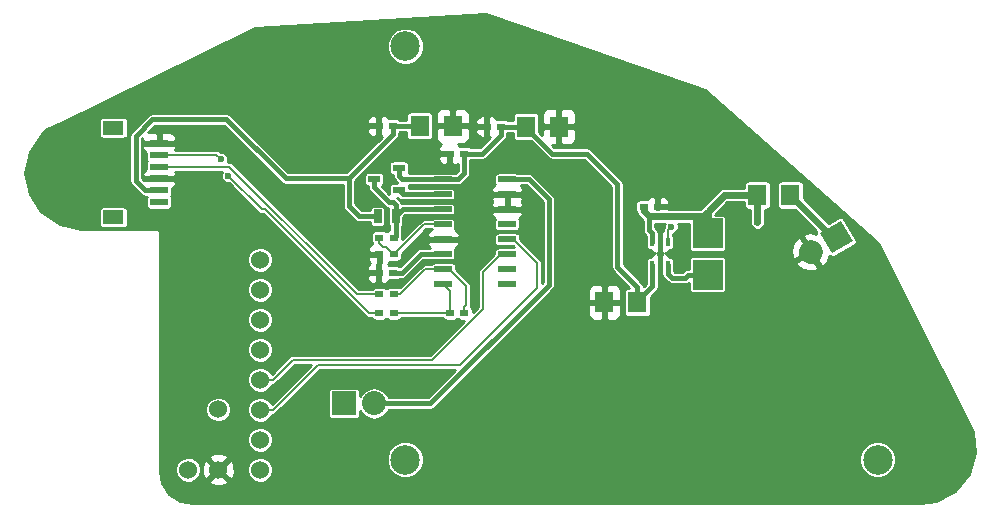
<source format=gbr>
G04 #@! TF.FileFunction,Copper,L1,Top,Signal*
%FSLAX46Y46*%
G04 Gerber Fmt 4.6, Leading zero omitted, Abs format (unit mm)*
G04 Created by KiCad (PCBNEW 4.0.4-stable) date 02/11/17 12:35:40*
%MOMM*%
%LPD*%
G01*
G04 APERTURE LIST*
%ADD10C,0.100000*%
%ADD11C,2.500000*%
%ADD12C,2.032000*%
%ADD13R,0.700000X0.600000*%
%ADD14R,1.600200X1.803400*%
%ADD15R,0.635000X1.143000*%
%ADD16R,1.000760X0.599440*%
%ADD17R,1.500000X0.500000*%
%ADD18R,0.400000X0.700000*%
%ADD19R,2.032000X2.032000*%
%ADD20O,2.032000X2.032000*%
%ADD21R,2.500000X2.500000*%
%ADD22C,1.524000*%
%ADD23R,1.550000X0.600000*%
%ADD24R,1.800000X1.200000*%
%ADD25C,0.600000*%
%ADD26C,0.600000*%
%ADD27C,0.400000*%
%ADD28C,0.200000*%
%ADD29C,0.254000*%
G04 APERTURE END LIST*
D10*
D11*
X140400000Y-67400000D03*
X180375000Y-102400000D03*
D10*
G36*
X175512118Y-83178118D02*
X177271882Y-82162118D01*
X178287882Y-83921882D01*
X176528118Y-84937882D01*
X175512118Y-83178118D01*
X175512118Y-83178118D01*
G37*
D12*
X174700295Y-84820000D02*
X174700295Y-84820000D01*
D13*
X145350000Y-76500000D03*
X144150000Y-76500000D03*
X148500000Y-74200000D03*
X147300000Y-74200000D03*
D14*
X150603000Y-74200000D03*
X153397000Y-74200000D03*
D13*
X139350000Y-74150000D03*
X138150000Y-74150000D03*
D14*
X141603000Y-74150000D03*
X144397000Y-74150000D03*
D13*
X139350000Y-86600000D03*
X138150000Y-86600000D03*
X144200000Y-90000000D03*
X145400000Y-90000000D03*
X161762122Y-81000000D03*
X160562122Y-81000000D03*
D14*
X160047000Y-89100000D03*
X157253000Y-89100000D03*
D15*
X138038000Y-81800000D03*
X139562000Y-81800000D03*
D16*
X139856640Y-79602500D03*
X137743360Y-78650000D03*
X139856640Y-77697500D03*
D13*
X139400000Y-83600000D03*
X138200000Y-83600000D03*
X139400000Y-85000000D03*
X138200000Y-85000000D03*
X139400000Y-88400000D03*
X138200000Y-88400000D03*
X139400000Y-90000000D03*
X138200000Y-90000000D03*
D17*
X143600000Y-78660000D03*
X143600000Y-79930000D03*
X143600000Y-81200000D03*
X143600000Y-82470000D03*
X143600000Y-83740000D03*
X143600000Y-85010000D03*
X143600000Y-86280000D03*
X143600000Y-87550000D03*
X149000000Y-87550000D03*
X149000000Y-86280000D03*
X149000000Y-85010000D03*
X149000000Y-83740000D03*
X149000000Y-82470000D03*
X149000000Y-81200000D03*
X149000000Y-79930000D03*
X149000000Y-78660000D03*
D18*
X162612122Y-84000000D03*
X161962122Y-84000000D03*
X161312122Y-84000000D03*
X161312122Y-85900000D03*
X162612122Y-85900000D03*
X161962122Y-85900000D03*
D11*
X140375000Y-102400000D03*
D14*
X173000000Y-80000000D03*
X170206000Y-80000000D03*
D19*
X135210000Y-97650000D03*
D20*
X137750000Y-97650000D03*
D21*
X166000000Y-83250000D03*
X166000000Y-86750000D03*
D22*
X128100000Y-103260000D03*
X128100000Y-100720000D03*
X128100000Y-98180000D03*
X128100000Y-95640000D03*
X128100000Y-93100000D03*
X128100000Y-90560000D03*
X128100000Y-88020000D03*
X128100000Y-85480000D03*
X124544000Y-103260000D03*
X122004000Y-103260000D03*
X124550000Y-98160000D03*
D23*
X119537500Y-75600000D03*
X119537500Y-76600000D03*
X119537500Y-77600000D03*
X119537500Y-78600000D03*
X119537500Y-79600000D03*
X119537500Y-80600000D03*
D24*
X115662500Y-74300000D03*
X115662500Y-81900000D03*
D25*
X170200000Y-82300000D03*
X121400000Y-78650000D03*
X121450000Y-75600000D03*
X162800000Y-81000000D03*
X157200000Y-91050000D03*
X137000000Y-74200000D03*
X141850000Y-76600000D03*
X144350000Y-72350000D03*
X155500000Y-74150000D03*
X150650000Y-79900000D03*
X150650000Y-81200000D03*
X145200000Y-83750000D03*
X135900000Y-86600000D03*
X135900000Y-85750000D03*
X141950000Y-83750000D03*
X162100000Y-87600000D03*
X161950000Y-82750000D03*
X125400735Y-78349265D03*
X124750000Y-76950000D03*
X162900000Y-82700000D03*
D26*
X161012121Y-81800001D02*
X165600000Y-81800000D01*
X165600000Y-81800000D02*
X166000000Y-81400000D01*
X170206000Y-80000000D02*
X170206000Y-82294000D01*
X170206000Y-82294000D02*
X170200000Y-82300000D01*
D27*
X161312122Y-84000000D02*
X161312122Y-83250000D01*
X161312122Y-83250000D02*
X161012121Y-82949999D01*
X161012121Y-82949999D02*
X161012121Y-81800001D01*
D26*
X161012121Y-81800001D02*
X160562122Y-81350002D01*
X160562122Y-81350002D02*
X160562122Y-81000000D01*
X166000000Y-83250000D02*
X166000000Y-81400000D01*
X166000000Y-81400000D02*
X167400000Y-80000000D01*
X167400000Y-80000000D02*
X168805900Y-80000000D01*
X168805900Y-80000000D02*
X170206000Y-80000000D01*
D27*
X119537500Y-78600000D02*
X121350000Y-78600000D01*
X121350000Y-78600000D02*
X121400000Y-78650000D01*
X119537500Y-75600000D02*
X121450000Y-75600000D01*
X161762122Y-81000000D02*
X162800000Y-81000000D01*
X157253000Y-89100000D02*
X157253000Y-90997000D01*
X157253000Y-90997000D02*
X157200000Y-91050000D01*
X138150000Y-74150000D02*
X137050000Y-74150000D01*
X137050000Y-74150000D02*
X137000000Y-74200000D01*
X144150000Y-76500000D02*
X141950000Y-76500000D01*
X141950000Y-76500000D02*
X141850000Y-76600000D01*
X144397000Y-74150000D02*
X144397000Y-72397000D01*
X144397000Y-72397000D02*
X144350000Y-72350000D01*
X153397000Y-74200000D02*
X155450000Y-74200000D01*
X155450000Y-74200000D02*
X155500000Y-74150000D01*
X150650000Y-79900000D02*
X149030000Y-79900000D01*
X149030000Y-79900000D02*
X149000000Y-79930000D01*
X149000000Y-81200000D02*
X150650000Y-81200000D01*
X143600000Y-83740000D02*
X145190000Y-83740000D01*
X145190000Y-83740000D02*
X145200000Y-83750000D01*
X135900000Y-86600000D02*
X138150000Y-86600000D01*
X138200000Y-85000000D02*
X136650000Y-85000000D01*
X136650000Y-85000000D02*
X135900000Y-85750000D01*
X143600000Y-83740000D02*
X141960000Y-83740000D01*
X141960000Y-83740000D02*
X141950000Y-83750000D01*
X161962122Y-85900000D02*
X161962122Y-87462122D01*
X161962122Y-87462122D02*
X162100000Y-87600000D01*
X161962122Y-85900000D02*
X161962122Y-84000000D01*
X161962122Y-84000000D02*
X161962122Y-82762122D01*
X161962122Y-82762122D02*
X161950000Y-82750000D01*
X145350000Y-78150000D02*
X144840000Y-78660000D01*
X144840000Y-78660000D02*
X143600000Y-78660000D01*
X145350000Y-76500000D02*
X145350000Y-78150000D01*
X148500000Y-74200000D02*
X148500000Y-74900000D01*
X148500000Y-74900000D02*
X146900000Y-76500000D01*
X146900000Y-76500000D02*
X146100000Y-76500000D01*
X146100000Y-76500000D02*
X145350000Y-76500000D01*
X150603000Y-74200000D02*
X148500000Y-74200000D01*
X143600000Y-78660000D02*
X140119420Y-78660000D01*
X140119420Y-78660000D02*
X139856640Y-78397220D01*
X139856640Y-78397220D02*
X139856640Y-77697500D01*
X155750000Y-76500000D02*
X152801400Y-76500000D01*
X152801400Y-76500000D02*
X150603000Y-74301600D01*
X150603000Y-74301600D02*
X150603000Y-74200000D01*
X158350000Y-79100000D02*
X155750000Y-76500000D01*
X158350000Y-86101300D02*
X158350000Y-79100000D01*
X160047000Y-89100000D02*
X160047000Y-87798300D01*
X160047000Y-87798300D02*
X158350000Y-86101300D01*
X161312122Y-85900000D02*
X161312122Y-87733278D01*
X161312122Y-87733278D02*
X160047000Y-88998400D01*
X160047000Y-88998400D02*
X160047000Y-89100000D01*
X117550000Y-75000000D02*
X117550000Y-78787500D01*
X117550000Y-78787500D02*
X118362500Y-79600000D01*
X118362500Y-79600000D02*
X119537500Y-79600000D01*
X118950000Y-73600000D02*
X117550000Y-75000000D01*
X125250000Y-73600000D02*
X118950000Y-73600000D01*
X130250000Y-78600000D02*
X125250000Y-73600000D01*
X135600000Y-78600000D02*
X130250000Y-78600000D01*
X139350000Y-74150000D02*
X139350000Y-74850000D01*
X139350000Y-74850000D02*
X135600000Y-78600000D01*
X135600000Y-78600000D02*
X135600000Y-80900000D01*
X135600000Y-80900000D02*
X136500000Y-81800000D01*
X136500000Y-81800000D02*
X138038000Y-81800000D01*
X141603000Y-74150000D02*
X139350000Y-74150000D01*
X139350000Y-86600000D02*
X140100000Y-86600000D01*
X140100000Y-86600000D02*
X141690000Y-85010000D01*
X141690000Y-85010000D02*
X142450000Y-85010000D01*
X142450000Y-85010000D02*
X143600000Y-85010000D01*
D28*
X139400000Y-90000000D02*
X144200000Y-90000000D01*
X144200000Y-90000000D02*
X144200000Y-88150000D01*
X144200000Y-88150000D02*
X143600000Y-87550000D01*
X139400000Y-88400000D02*
X139950000Y-88400000D01*
X139950000Y-88400000D02*
X142070000Y-86280000D01*
X142070000Y-86280000D02*
X142650000Y-86280000D01*
X142650000Y-86280000D02*
X143600000Y-86280000D01*
X145550000Y-89350000D02*
X145550000Y-87730000D01*
X145550000Y-87730000D02*
X144100000Y-86280000D01*
X144100000Y-86280000D02*
X143600000Y-86280000D01*
X145400000Y-90000000D02*
X145400000Y-89500000D01*
X145400000Y-89500000D02*
X145550000Y-89350000D01*
D27*
X139562000Y-81800000D02*
X139562000Y-83438000D01*
X139562000Y-83438000D02*
X139400000Y-83600000D01*
X139350000Y-80616500D02*
X139010140Y-80616500D01*
X139010140Y-80616500D02*
X137743360Y-79349720D01*
X137743360Y-79349720D02*
X137743360Y-78650000D01*
X139562000Y-81800000D02*
X139562000Y-80828500D01*
X139562000Y-80828500D02*
X139350000Y-80616500D01*
D28*
X139562000Y-81546000D02*
X139562000Y-81800000D01*
D27*
X143600000Y-81200000D02*
X140162000Y-81200000D01*
X140162000Y-81200000D02*
X139562000Y-81800000D01*
X166000000Y-86750000D02*
X164350000Y-86750000D01*
X164350000Y-86750000D02*
X164087878Y-87012122D01*
X164087878Y-87012122D02*
X162962122Y-87012122D01*
X162962122Y-87000000D02*
X162962122Y-87012122D01*
X162612122Y-85900000D02*
X162612122Y-86650000D01*
X162612122Y-86650000D02*
X162962122Y-87000000D01*
D28*
X125400735Y-78349265D02*
X128251470Y-81200000D01*
X128251470Y-81200000D02*
X128534302Y-81200000D01*
X119537500Y-76600000D02*
X124400000Y-76600000D01*
X124400000Y-76600000D02*
X124750000Y-76950000D01*
X128534302Y-81200000D02*
X137334302Y-90000000D01*
X137334302Y-90000000D02*
X137650000Y-90000000D01*
X137650000Y-90000000D02*
X138200000Y-90000000D01*
X125500000Y-77600000D02*
X136300000Y-88400000D01*
X136300000Y-88400000D02*
X138200000Y-88400000D01*
X119537500Y-77600000D02*
X125500000Y-77600000D01*
D27*
X143600000Y-79930000D02*
X140184140Y-79930000D01*
X140184140Y-79930000D02*
X139856640Y-79602500D01*
D28*
X139400000Y-85000000D02*
X139450000Y-85000000D01*
X139450000Y-85000000D02*
X141980000Y-82470000D01*
X141980000Y-82470000D02*
X142650000Y-82470000D01*
X142650000Y-82470000D02*
X143600000Y-82470000D01*
X138200000Y-83600000D02*
X138200000Y-84100000D01*
X138200000Y-84100000D02*
X138499999Y-84399999D01*
X138499999Y-84399999D02*
X138749999Y-84399999D01*
X138749999Y-84399999D02*
X139350000Y-85000000D01*
X139350000Y-85000000D02*
X139400000Y-85000000D01*
X151550000Y-87900000D02*
X151550000Y-85790000D01*
X151550000Y-85790000D02*
X149500000Y-83740000D01*
X149500000Y-83740000D02*
X149000000Y-83740000D01*
X145050000Y-94400000D02*
X151550000Y-87900000D01*
X132957630Y-94400000D02*
X145050000Y-94400000D01*
X128100000Y-98180000D02*
X129177630Y-98180000D01*
X129177630Y-98180000D02*
X132957630Y-94400000D01*
X146950000Y-89640002D02*
X146950000Y-86560000D01*
X146950000Y-86560000D02*
X148500000Y-85010000D01*
X148500000Y-85010000D02*
X149000000Y-85010000D01*
X130867630Y-93950000D02*
X142640002Y-93950000D01*
X142640002Y-93950000D02*
X146950000Y-89640002D01*
X128100000Y-95640000D02*
X129177630Y-95640000D01*
X129177630Y-95640000D02*
X130867630Y-93950000D01*
X162600000Y-83000000D02*
X162612122Y-83012122D01*
X162612122Y-83012122D02*
X162612122Y-84000000D01*
X162900000Y-82700000D02*
X162600000Y-83000000D01*
D26*
X176900000Y-83550000D02*
X176550000Y-83550000D01*
X176550000Y-83550000D02*
X173000000Y-80000000D01*
D27*
X152555999Y-87400000D02*
X152555999Y-80355999D01*
X137750000Y-97650000D02*
X142507120Y-97650000D01*
X142507120Y-97650000D02*
X152555999Y-87601121D01*
X152555999Y-87601121D02*
X152555999Y-87400000D01*
X152555999Y-80355999D02*
X150860000Y-78660000D01*
X150860000Y-78660000D02*
X149000000Y-78660000D01*
D29*
G36*
X165738277Y-71079043D02*
X180389728Y-84074968D01*
X188494691Y-100058211D01*
X188665503Y-101881662D01*
X188126292Y-103629133D01*
X186959398Y-105037238D01*
X185335246Y-105895426D01*
X183981054Y-106093000D01*
X122407098Y-106093000D01*
X121320027Y-105876768D01*
X120424082Y-105278116D01*
X119825430Y-104382171D01*
X119645115Y-103475665D01*
X120914811Y-103475665D01*
X121080252Y-103876063D01*
X121386326Y-104182671D01*
X121786434Y-104348811D01*
X122219665Y-104349189D01*
X122483407Y-104240213D01*
X123743392Y-104240213D01*
X123812857Y-104482397D01*
X124336302Y-104669144D01*
X124891368Y-104641362D01*
X125275143Y-104482397D01*
X125344608Y-104240213D01*
X124544000Y-103439605D01*
X123743392Y-104240213D01*
X122483407Y-104240213D01*
X122620063Y-104183748D01*
X122926671Y-103877674D01*
X123092811Y-103477566D01*
X123093182Y-103052302D01*
X123134856Y-103052302D01*
X123162638Y-103607368D01*
X123321603Y-103991143D01*
X123563787Y-104060608D01*
X124364395Y-103260000D01*
X124723605Y-103260000D01*
X125524213Y-104060608D01*
X125766397Y-103991143D01*
X125950301Y-103475665D01*
X127010811Y-103475665D01*
X127176252Y-103876063D01*
X127482326Y-104182671D01*
X127882434Y-104348811D01*
X128315665Y-104349189D01*
X128716063Y-104183748D01*
X129022671Y-103877674D01*
X129188811Y-103477566D01*
X129189189Y-103044335D01*
X129051999Y-102712308D01*
X138797727Y-102712308D01*
X139037305Y-103292132D01*
X139480535Y-103736136D01*
X140059939Y-103976725D01*
X140687308Y-103977273D01*
X141267132Y-103737695D01*
X141711136Y-103294465D01*
X141951725Y-102715061D01*
X141951727Y-102712308D01*
X178797727Y-102712308D01*
X179037305Y-103292132D01*
X179480535Y-103736136D01*
X180059939Y-103976725D01*
X180687308Y-103977273D01*
X181267132Y-103737695D01*
X181711136Y-103294465D01*
X181951725Y-102715061D01*
X181952273Y-102087692D01*
X181712695Y-101507868D01*
X181269465Y-101063864D01*
X180690061Y-100823275D01*
X180062692Y-100822727D01*
X179482868Y-101062305D01*
X179038864Y-101505535D01*
X178798275Y-102084939D01*
X178797727Y-102712308D01*
X141951727Y-102712308D01*
X141952273Y-102087692D01*
X141712695Y-101507868D01*
X141269465Y-101063864D01*
X140690061Y-100823275D01*
X140062692Y-100822727D01*
X139482868Y-101062305D01*
X139038864Y-101505535D01*
X138798275Y-102084939D01*
X138797727Y-102712308D01*
X129051999Y-102712308D01*
X129023748Y-102643937D01*
X128717674Y-102337329D01*
X128317566Y-102171189D01*
X127884335Y-102170811D01*
X127483937Y-102336252D01*
X127177329Y-102642326D01*
X127011189Y-103042434D01*
X127010811Y-103475665D01*
X125950301Y-103475665D01*
X125953144Y-103467698D01*
X125925362Y-102912632D01*
X125766397Y-102528857D01*
X125524213Y-102459392D01*
X124723605Y-103260000D01*
X124364395Y-103260000D01*
X123563787Y-102459392D01*
X123321603Y-102528857D01*
X123134856Y-103052302D01*
X123093182Y-103052302D01*
X123093189Y-103044335D01*
X122927748Y-102643937D01*
X122621674Y-102337329D01*
X122483099Y-102279787D01*
X123743392Y-102279787D01*
X124544000Y-103080395D01*
X125344608Y-102279787D01*
X125275143Y-102037603D01*
X124751698Y-101850856D01*
X124196632Y-101878638D01*
X123812857Y-102037603D01*
X123743392Y-102279787D01*
X122483099Y-102279787D01*
X122221566Y-102171189D01*
X121788335Y-102170811D01*
X121387937Y-102336252D01*
X121081329Y-102642326D01*
X120915189Y-103042434D01*
X120914811Y-103475665D01*
X119645115Y-103475665D01*
X119609191Y-103295064D01*
X119609191Y-100935665D01*
X127010811Y-100935665D01*
X127176252Y-101336063D01*
X127482326Y-101642671D01*
X127882434Y-101808811D01*
X128315665Y-101809189D01*
X128716063Y-101643748D01*
X129022671Y-101337674D01*
X129188811Y-100937566D01*
X129189189Y-100504335D01*
X129023748Y-100103937D01*
X128717674Y-99797329D01*
X128317566Y-99631189D01*
X127884335Y-99630811D01*
X127483937Y-99796252D01*
X127177329Y-100102326D01*
X127011189Y-100502434D01*
X127010811Y-100935665D01*
X119609191Y-100935665D01*
X119609191Y-98375665D01*
X123460811Y-98375665D01*
X123626252Y-98776063D01*
X123932326Y-99082671D01*
X124332434Y-99248811D01*
X124765665Y-99249189D01*
X125166063Y-99083748D01*
X125472671Y-98777674D01*
X125638811Y-98377566D01*
X125639189Y-97944335D01*
X125473748Y-97543937D01*
X125167674Y-97237329D01*
X124767566Y-97071189D01*
X124334335Y-97070811D01*
X123933937Y-97236252D01*
X123627329Y-97542326D01*
X123461189Y-97942434D01*
X123460811Y-98375665D01*
X119609191Y-98375665D01*
X119609191Y-93315665D01*
X127010811Y-93315665D01*
X127176252Y-93716063D01*
X127482326Y-94022671D01*
X127882434Y-94188811D01*
X128315665Y-94189189D01*
X128716063Y-94023748D01*
X129022671Y-93717674D01*
X129188811Y-93317566D01*
X129189189Y-92884335D01*
X129023748Y-92483937D01*
X128717674Y-92177329D01*
X128317566Y-92011189D01*
X127884335Y-92010811D01*
X127483937Y-92176252D01*
X127177329Y-92482326D01*
X127011189Y-92882434D01*
X127010811Y-93315665D01*
X119609191Y-93315665D01*
X119609191Y-90775665D01*
X127010811Y-90775665D01*
X127176252Y-91176063D01*
X127482326Y-91482671D01*
X127882434Y-91648811D01*
X128315665Y-91649189D01*
X128716063Y-91483748D01*
X129022671Y-91177674D01*
X129188811Y-90777566D01*
X129189189Y-90344335D01*
X129023748Y-89943937D01*
X128717674Y-89637329D01*
X128317566Y-89471189D01*
X127884335Y-89470811D01*
X127483937Y-89636252D01*
X127177329Y-89942326D01*
X127011189Y-90342434D01*
X127010811Y-90775665D01*
X119609191Y-90775665D01*
X119609191Y-88235665D01*
X127010811Y-88235665D01*
X127176252Y-88636063D01*
X127482326Y-88942671D01*
X127882434Y-89108811D01*
X128315665Y-89109189D01*
X128716063Y-88943748D01*
X129022671Y-88637674D01*
X129188811Y-88237566D01*
X129189189Y-87804335D01*
X129023748Y-87403937D01*
X128717674Y-87097329D01*
X128317566Y-86931189D01*
X127884335Y-86930811D01*
X127483937Y-87096252D01*
X127177329Y-87402326D01*
X127011189Y-87802434D01*
X127010811Y-88235665D01*
X119609191Y-88235665D01*
X119609191Y-85695665D01*
X127010811Y-85695665D01*
X127176252Y-86096063D01*
X127482326Y-86402671D01*
X127882434Y-86568811D01*
X128315665Y-86569189D01*
X128716063Y-86403748D01*
X129022671Y-86097674D01*
X129188811Y-85697566D01*
X129189189Y-85264335D01*
X129023748Y-84863937D01*
X128717674Y-84557329D01*
X128317566Y-84391189D01*
X127884335Y-84390811D01*
X127483937Y-84556252D01*
X127177329Y-84862326D01*
X127011189Y-85262434D01*
X127010811Y-85695665D01*
X119609191Y-85695665D01*
X119609191Y-83146750D01*
X119585822Y-83029266D01*
X119519273Y-82929668D01*
X119419675Y-82863119D01*
X119302191Y-82839750D01*
X112935669Y-82839750D01*
X111111800Y-82476960D01*
X109591233Y-81460949D01*
X109483691Y-81300000D01*
X114429094Y-81300000D01*
X114429094Y-82500000D01*
X114451895Y-82621179D01*
X114523512Y-82732474D01*
X114632786Y-82807138D01*
X114762500Y-82833406D01*
X116562500Y-82833406D01*
X116683679Y-82810605D01*
X116794974Y-82738988D01*
X116869638Y-82629714D01*
X116895906Y-82500000D01*
X116895906Y-81300000D01*
X116873105Y-81178821D01*
X116801488Y-81067526D01*
X116692214Y-80992862D01*
X116562500Y-80966594D01*
X114762500Y-80966594D01*
X114641321Y-80989395D01*
X114530026Y-81061012D01*
X114455362Y-81170286D01*
X114429094Y-81300000D01*
X109483691Y-81300000D01*
X108575222Y-79940382D01*
X108218446Y-78146750D01*
X108575222Y-76353118D01*
X109602459Y-74815748D01*
X110055042Y-74421098D01*
X111538319Y-73700000D01*
X114429094Y-73700000D01*
X114429094Y-74900000D01*
X114451895Y-75021179D01*
X114523512Y-75132474D01*
X114632786Y-75207138D01*
X114762500Y-75233406D01*
X116562500Y-75233406D01*
X116683679Y-75210605D01*
X116794974Y-75138988D01*
X116869638Y-75029714D01*
X116875655Y-75000000D01*
X117023000Y-75000000D01*
X117023000Y-78787500D01*
X117063115Y-78989175D01*
X117177355Y-79160145D01*
X117989855Y-79972646D01*
X118160826Y-80086885D01*
X118362500Y-80127000D01*
X118484938Y-80127000D01*
X118455362Y-80170286D01*
X118429094Y-80300000D01*
X118429094Y-80900000D01*
X118451895Y-81021179D01*
X118523512Y-81132474D01*
X118632786Y-81207138D01*
X118762500Y-81233406D01*
X120312500Y-81233406D01*
X120433679Y-81210605D01*
X120544974Y-81138988D01*
X120619638Y-81029714D01*
X120645906Y-80900000D01*
X120645906Y-80300000D01*
X120623105Y-80178821D01*
X120572011Y-80099419D01*
X120619638Y-80029714D01*
X120645906Y-79900000D01*
X120645906Y-79449218D01*
X120672199Y-79438327D01*
X120850827Y-79259698D01*
X120947500Y-79026309D01*
X120947500Y-78885750D01*
X120788750Y-78727000D01*
X119664500Y-78727000D01*
X119664500Y-78747000D01*
X119410500Y-78747000D01*
X119410500Y-78727000D01*
X118286250Y-78727000D01*
X118260520Y-78752730D01*
X118077000Y-78569210D01*
X118077000Y-75885750D01*
X118127500Y-75885750D01*
X118127500Y-76026309D01*
X118224173Y-76259698D01*
X118402801Y-76438327D01*
X118429094Y-76449218D01*
X118429094Y-76900000D01*
X118451895Y-77021179D01*
X118502989Y-77100581D01*
X118455362Y-77170286D01*
X118429094Y-77300000D01*
X118429094Y-77750782D01*
X118402801Y-77761673D01*
X118224173Y-77940302D01*
X118127500Y-78173691D01*
X118127500Y-78314250D01*
X118286250Y-78473000D01*
X119410500Y-78473000D01*
X119410500Y-78453000D01*
X119664500Y-78453000D01*
X119664500Y-78473000D01*
X120788750Y-78473000D01*
X120947500Y-78314250D01*
X120947500Y-78173691D01*
X120886739Y-78027000D01*
X124855645Y-78027000D01*
X124773844Y-78224000D01*
X124773626Y-78473436D01*
X124868880Y-78703968D01*
X125045104Y-78880500D01*
X125275470Y-78976156D01*
X125423886Y-78976286D01*
X127949535Y-81501935D01*
X128088064Y-81594497D01*
X128251470Y-81627001D01*
X128251475Y-81627000D01*
X128357432Y-81627000D01*
X137032365Y-90301932D01*
X137032367Y-90301935D01*
X137170896Y-90394497D01*
X137334302Y-90427000D01*
X137543141Y-90427000D01*
X137611012Y-90532474D01*
X137720286Y-90607138D01*
X137850000Y-90633406D01*
X138550000Y-90633406D01*
X138671179Y-90610605D01*
X138782474Y-90538988D01*
X138799330Y-90514319D01*
X138811012Y-90532474D01*
X138920286Y-90607138D01*
X139050000Y-90633406D01*
X139750000Y-90633406D01*
X139871179Y-90610605D01*
X139982474Y-90538988D01*
X140057138Y-90429714D01*
X140057688Y-90427000D01*
X143543141Y-90427000D01*
X143611012Y-90532474D01*
X143720286Y-90607138D01*
X143850000Y-90633406D01*
X144550000Y-90633406D01*
X144671179Y-90610605D01*
X144782474Y-90538988D01*
X144799330Y-90514319D01*
X144811012Y-90532474D01*
X144920286Y-90607138D01*
X145050000Y-90633406D01*
X145352727Y-90633406D01*
X142463132Y-93523000D01*
X130867635Y-93523000D01*
X130867630Y-93522999D01*
X130704224Y-93555503D01*
X130565695Y-93648065D01*
X129072305Y-95141455D01*
X129023748Y-95023937D01*
X128717674Y-94717329D01*
X128317566Y-94551189D01*
X127884335Y-94550811D01*
X127483937Y-94716252D01*
X127177329Y-95022326D01*
X127011189Y-95422434D01*
X127010811Y-95855665D01*
X127176252Y-96256063D01*
X127482326Y-96562671D01*
X127882434Y-96728811D01*
X128315665Y-96729189D01*
X128716063Y-96563748D01*
X129022671Y-96257674D01*
X129101846Y-96067000D01*
X129177625Y-96067000D01*
X129177630Y-96067001D01*
X129341036Y-96034497D01*
X129479565Y-95941935D01*
X131044500Y-94377000D01*
X132376761Y-94377000D01*
X129072305Y-97681455D01*
X129023748Y-97563937D01*
X128717674Y-97257329D01*
X128317566Y-97091189D01*
X127884335Y-97090811D01*
X127483937Y-97256252D01*
X127177329Y-97562326D01*
X127011189Y-97962434D01*
X127010811Y-98395665D01*
X127176252Y-98796063D01*
X127482326Y-99102671D01*
X127882434Y-99268811D01*
X128315665Y-99269189D01*
X128716063Y-99103748D01*
X129022671Y-98797674D01*
X129101846Y-98607000D01*
X129177625Y-98607000D01*
X129177630Y-98607001D01*
X129341036Y-98574497D01*
X129479565Y-98481935D01*
X133134499Y-94827000D01*
X144584830Y-94827000D01*
X142288830Y-97123000D01*
X138993407Y-97123000D01*
X138990770Y-97109745D01*
X138699644Y-96674045D01*
X138263944Y-96382919D01*
X137750000Y-96280689D01*
X137236056Y-96382919D01*
X136800356Y-96674045D01*
X136559406Y-97034651D01*
X136559406Y-96634000D01*
X136536605Y-96512821D01*
X136464988Y-96401526D01*
X136355714Y-96326862D01*
X136226000Y-96300594D01*
X134194000Y-96300594D01*
X134072821Y-96323395D01*
X133961526Y-96395012D01*
X133886862Y-96504286D01*
X133860594Y-96634000D01*
X133860594Y-98666000D01*
X133883395Y-98787179D01*
X133955012Y-98898474D01*
X134064286Y-98973138D01*
X134194000Y-98999406D01*
X136226000Y-98999406D01*
X136347179Y-98976605D01*
X136458474Y-98904988D01*
X136533138Y-98795714D01*
X136559406Y-98666000D01*
X136559406Y-98265349D01*
X136800356Y-98625955D01*
X137236056Y-98917081D01*
X137750000Y-99019311D01*
X138263944Y-98917081D01*
X138699644Y-98625955D01*
X138990770Y-98190255D01*
X138993407Y-98177000D01*
X142507120Y-98177000D01*
X142708795Y-98136885D01*
X142879765Y-98022645D01*
X151516660Y-89385750D01*
X155817900Y-89385750D01*
X155817900Y-90128010D01*
X155914573Y-90361399D01*
X156093202Y-90540027D01*
X156326591Y-90636700D01*
X156967250Y-90636700D01*
X157126000Y-90477950D01*
X157126000Y-89227000D01*
X157380000Y-89227000D01*
X157380000Y-90477950D01*
X157538750Y-90636700D01*
X158179409Y-90636700D01*
X158412798Y-90540027D01*
X158591427Y-90361399D01*
X158688100Y-90128010D01*
X158688100Y-89385750D01*
X158529350Y-89227000D01*
X157380000Y-89227000D01*
X157126000Y-89227000D01*
X155976650Y-89227000D01*
X155817900Y-89385750D01*
X151516660Y-89385750D01*
X152830420Y-88071990D01*
X155817900Y-88071990D01*
X155817900Y-88814250D01*
X155976650Y-88973000D01*
X157126000Y-88973000D01*
X157126000Y-87722050D01*
X157380000Y-87722050D01*
X157380000Y-88973000D01*
X158529350Y-88973000D01*
X158688100Y-88814250D01*
X158688100Y-88071990D01*
X158591427Y-87838601D01*
X158412798Y-87659973D01*
X158179409Y-87563300D01*
X157538750Y-87563300D01*
X157380000Y-87722050D01*
X157126000Y-87722050D01*
X156967250Y-87563300D01*
X156326591Y-87563300D01*
X156093202Y-87659973D01*
X155914573Y-87838601D01*
X155817900Y-88071990D01*
X152830420Y-88071990D01*
X152928644Y-87973766D01*
X153042884Y-87802796D01*
X153082999Y-87601121D01*
X153082999Y-80355999D01*
X153042884Y-80154325D01*
X152928644Y-79983354D01*
X151232645Y-78287355D01*
X151061675Y-78173115D01*
X150860000Y-78133000D01*
X149923822Y-78133000D01*
X149879714Y-78102862D01*
X149750000Y-78076594D01*
X148250000Y-78076594D01*
X148128821Y-78099395D01*
X148017526Y-78171012D01*
X147942862Y-78280286D01*
X147916594Y-78410000D01*
X147916594Y-78910000D01*
X147939395Y-79031179D01*
X147985202Y-79102364D01*
X147890301Y-79141673D01*
X147711673Y-79320302D01*
X147615000Y-79553691D01*
X147615000Y-79646250D01*
X147773750Y-79805000D01*
X148873000Y-79805000D01*
X148873000Y-79783000D01*
X149127000Y-79783000D01*
X149127000Y-79805000D01*
X150226250Y-79805000D01*
X150385000Y-79646250D01*
X150385000Y-79553691D01*
X150288327Y-79320302D01*
X150155026Y-79187000D01*
X150641710Y-79187000D01*
X152028999Y-80574289D01*
X152028999Y-87382831D01*
X151977000Y-87434830D01*
X151977000Y-85790005D01*
X151977001Y-85790000D01*
X151944497Y-85626594D01*
X151936249Y-85614250D01*
X151851935Y-85488065D01*
X151851932Y-85488063D01*
X150083406Y-83719536D01*
X150083406Y-83490000D01*
X150060605Y-83368821D01*
X149988988Y-83257526D01*
X149879714Y-83182862D01*
X149750000Y-83156594D01*
X148250000Y-83156594D01*
X148128821Y-83179395D01*
X148017526Y-83251012D01*
X147942862Y-83360286D01*
X147916594Y-83490000D01*
X147916594Y-83990000D01*
X147939395Y-84111179D01*
X148011012Y-84222474D01*
X148120286Y-84297138D01*
X148250000Y-84323406D01*
X149479536Y-84323406D01*
X149582724Y-84426594D01*
X148250000Y-84426594D01*
X148128821Y-84449395D01*
X148017526Y-84521012D01*
X147942862Y-84630286D01*
X147916594Y-84760000D01*
X147916594Y-84989536D01*
X146648065Y-86258065D01*
X146555503Y-86396594D01*
X146522999Y-86560000D01*
X146523000Y-86560005D01*
X146523000Y-89463133D01*
X146083406Y-89902727D01*
X146083406Y-89700000D01*
X146060605Y-89578821D01*
X145988988Y-89467526D01*
X145957855Y-89446253D01*
X145977001Y-89350000D01*
X145977000Y-89349995D01*
X145977000Y-87730005D01*
X145977001Y-87730000D01*
X145944497Y-87566594D01*
X145926141Y-87539122D01*
X145851935Y-87428065D01*
X145851932Y-87428063D01*
X144683406Y-86259536D01*
X144683406Y-86030000D01*
X144660605Y-85908821D01*
X144588988Y-85797526D01*
X144479714Y-85722862D01*
X144350000Y-85696594D01*
X142850000Y-85696594D01*
X142728821Y-85719395D01*
X142617526Y-85791012D01*
X142575171Y-85853000D01*
X142070005Y-85853000D01*
X142070000Y-85852999D01*
X141906594Y-85885503D01*
X141768065Y-85978065D01*
X141768063Y-85978068D01*
X139923411Y-87822719D01*
X139879714Y-87792862D01*
X139750000Y-87766594D01*
X139050000Y-87766594D01*
X138928821Y-87789395D01*
X138817526Y-87861012D01*
X138800670Y-87885681D01*
X138788988Y-87867526D01*
X138679714Y-87792862D01*
X138550000Y-87766594D01*
X137850000Y-87766594D01*
X137728821Y-87789395D01*
X137617526Y-87861012D01*
X137542862Y-87970286D01*
X137542312Y-87973000D01*
X136476869Y-87973000D01*
X135389620Y-86885750D01*
X137165000Y-86885750D01*
X137165000Y-87026310D01*
X137261673Y-87259699D01*
X137440302Y-87438327D01*
X137673691Y-87535000D01*
X137864250Y-87535000D01*
X138023000Y-87376250D01*
X138023000Y-86727000D01*
X137323750Y-86727000D01*
X137165000Y-86885750D01*
X135389620Y-86885750D01*
X134677560Y-86173690D01*
X137165000Y-86173690D01*
X137165000Y-86314250D01*
X137323750Y-86473000D01*
X138023000Y-86473000D01*
X138023000Y-85826250D01*
X138073000Y-85776250D01*
X138073000Y-85127000D01*
X137373750Y-85127000D01*
X137215000Y-85285750D01*
X137215000Y-85426310D01*
X137311673Y-85659699D01*
X137426975Y-85775000D01*
X137261673Y-85940301D01*
X137165000Y-86173690D01*
X134677560Y-86173690D01*
X125801935Y-77298065D01*
X125663406Y-77205503D01*
X125500000Y-77172999D01*
X125499995Y-77173000D01*
X125336308Y-77173000D01*
X125376891Y-77075265D01*
X125377109Y-76825829D01*
X125281855Y-76595297D01*
X125105631Y-76418765D01*
X124875265Y-76323109D01*
X124726849Y-76322979D01*
X124701935Y-76298065D01*
X124563406Y-76205503D01*
X124400000Y-76172999D01*
X124399995Y-76173000D01*
X120886739Y-76173000D01*
X120947500Y-76026309D01*
X120947500Y-75885750D01*
X120788750Y-75727000D01*
X119664500Y-75727000D01*
X119664500Y-75747000D01*
X119410500Y-75747000D01*
X119410500Y-75727000D01*
X118286250Y-75727000D01*
X118127500Y-75885750D01*
X118077000Y-75885750D01*
X118077000Y-75218290D01*
X118131673Y-75163617D01*
X118127500Y-75173691D01*
X118127500Y-75314250D01*
X118286250Y-75473000D01*
X119410500Y-75473000D01*
X119410500Y-74823750D01*
X119664500Y-74823750D01*
X119664500Y-75473000D01*
X120788750Y-75473000D01*
X120947500Y-75314250D01*
X120947500Y-75173691D01*
X120850827Y-74940302D01*
X120672199Y-74761673D01*
X120438810Y-74665000D01*
X119823250Y-74665000D01*
X119664500Y-74823750D01*
X119410500Y-74823750D01*
X119251750Y-74665000D01*
X118636190Y-74665000D01*
X118626118Y-74669172D01*
X119168290Y-74127000D01*
X125031710Y-74127000D01*
X129877355Y-78972645D01*
X130048326Y-79086885D01*
X130250000Y-79127000D01*
X135073000Y-79127000D01*
X135073000Y-80900000D01*
X135113115Y-81101675D01*
X135227355Y-81272645D01*
X136127355Y-82172645D01*
X136298325Y-82286885D01*
X136331785Y-82293540D01*
X136500000Y-82327000D01*
X137387094Y-82327000D01*
X137387094Y-82371500D01*
X137409895Y-82492679D01*
X137481512Y-82603974D01*
X137590786Y-82678638D01*
X137720500Y-82704906D01*
X138355500Y-82704906D01*
X138476679Y-82682105D01*
X138587974Y-82610488D01*
X138662638Y-82501214D01*
X138688906Y-82371500D01*
X138688906Y-81228500D01*
X138666105Y-81107321D01*
X138594488Y-80996026D01*
X138485214Y-80921362D01*
X138355500Y-80895094D01*
X137720500Y-80895094D01*
X137599321Y-80917895D01*
X137488026Y-80989512D01*
X137413362Y-81098786D01*
X137387094Y-81228500D01*
X137387094Y-81273000D01*
X136718290Y-81273000D01*
X136127000Y-80681710D01*
X136127000Y-78818290D01*
X136595010Y-78350280D01*
X136909574Y-78350280D01*
X136909574Y-78949720D01*
X136932375Y-79070899D01*
X137003992Y-79182194D01*
X137113266Y-79256858D01*
X137216360Y-79277735D01*
X137216360Y-79349720D01*
X137256475Y-79551395D01*
X137370715Y-79722365D01*
X138637494Y-80989145D01*
X138708507Y-81036594D01*
X138808466Y-81103385D01*
X138931476Y-81127853D01*
X138911094Y-81228500D01*
X138911094Y-82371500D01*
X138933895Y-82492679D01*
X139005512Y-82603974D01*
X139035000Y-82624122D01*
X139035000Y-82969416D01*
X138928821Y-82989395D01*
X138817526Y-83061012D01*
X138800670Y-83085681D01*
X138788988Y-83067526D01*
X138679714Y-82992862D01*
X138550000Y-82966594D01*
X137850000Y-82966594D01*
X137728821Y-82989395D01*
X137617526Y-83061012D01*
X137542862Y-83170286D01*
X137516594Y-83300000D01*
X137516594Y-83900000D01*
X137539395Y-84021179D01*
X137600444Y-84116051D01*
X137490302Y-84161673D01*
X137311673Y-84340301D01*
X137215000Y-84573690D01*
X137215000Y-84714250D01*
X137373750Y-84873000D01*
X138073000Y-84873000D01*
X138073000Y-84853000D01*
X138327000Y-84853000D01*
X138327000Y-84873000D01*
X138347000Y-84873000D01*
X138347000Y-85127000D01*
X138327000Y-85127000D01*
X138327000Y-85773750D01*
X138277000Y-85823750D01*
X138277000Y-86473000D01*
X138297000Y-86473000D01*
X138297000Y-86727000D01*
X138277000Y-86727000D01*
X138277000Y-87376250D01*
X138435750Y-87535000D01*
X138626309Y-87535000D01*
X138859698Y-87438327D01*
X139038327Y-87259699D01*
X139049218Y-87233406D01*
X139700000Y-87233406D01*
X139821179Y-87210605D01*
X139932474Y-87138988D01*
X139940665Y-87127000D01*
X140100000Y-87127000D01*
X140301675Y-87086885D01*
X140472645Y-86972645D01*
X141908291Y-85537000D01*
X142823907Y-85537000D01*
X142850000Y-85542284D01*
X144350000Y-85542284D01*
X144452598Y-85522979D01*
X144546828Y-85462343D01*
X144610044Y-85369824D01*
X144632284Y-85260000D01*
X144632284Y-84760000D01*
X144612979Y-84657402D01*
X144567755Y-84587122D01*
X144709699Y-84528327D01*
X144888327Y-84349698D01*
X144985000Y-84116309D01*
X144985000Y-84023750D01*
X144826250Y-83865000D01*
X143727000Y-83865000D01*
X143727000Y-83887000D01*
X143473000Y-83887000D01*
X143473000Y-83865000D01*
X142373750Y-83865000D01*
X142215000Y-84023750D01*
X142215000Y-84116309D01*
X142311673Y-84349698D01*
X142444974Y-84483000D01*
X141690000Y-84483000D01*
X141488326Y-84523115D01*
X141317355Y-84637354D01*
X139908212Y-86046498D01*
X139829714Y-85992862D01*
X139700000Y-85966594D01*
X139049218Y-85966594D01*
X139038327Y-85940301D01*
X138923025Y-85825000D01*
X139088327Y-85659699D01*
X139099218Y-85633406D01*
X139750000Y-85633406D01*
X139871179Y-85610605D01*
X139982474Y-85538988D01*
X140057138Y-85429714D01*
X140083406Y-85300000D01*
X140083406Y-84970464D01*
X142156869Y-82897000D01*
X142622293Y-82897000D01*
X142490301Y-82951673D01*
X142311673Y-83130302D01*
X142215000Y-83363691D01*
X142215000Y-83456250D01*
X142373750Y-83615000D01*
X143473000Y-83615000D01*
X143473000Y-83593000D01*
X143727000Y-83593000D01*
X143727000Y-83615000D01*
X144826250Y-83615000D01*
X144985000Y-83456250D01*
X144985000Y-83363691D01*
X144888327Y-83130302D01*
X144709699Y-82951673D01*
X144567136Y-82892621D01*
X144610044Y-82829824D01*
X144632284Y-82720000D01*
X144632284Y-82220000D01*
X144612979Y-82117402D01*
X144552343Y-82023172D01*
X144459824Y-81959956D01*
X144350000Y-81937716D01*
X142850000Y-81937716D01*
X142747402Y-81957021D01*
X142653172Y-82017657D01*
X142635856Y-82043000D01*
X141980000Y-82043000D01*
X141816594Y-82075503D01*
X141678065Y-82168065D01*
X141678063Y-82168068D01*
X140083406Y-83762724D01*
X140083406Y-83466123D01*
X140089000Y-83438000D01*
X140089000Y-82625271D01*
X140111974Y-82610488D01*
X140186638Y-82501214D01*
X140212906Y-82371500D01*
X140212906Y-81894384D01*
X140380290Y-81727000D01*
X142823907Y-81727000D01*
X142850000Y-81732284D01*
X144350000Y-81732284D01*
X144452598Y-81712979D01*
X144546828Y-81652343D01*
X144610044Y-81559824D01*
X144625449Y-81483750D01*
X147615000Y-81483750D01*
X147615000Y-81576309D01*
X147711673Y-81809698D01*
X147890301Y-81988327D01*
X147985566Y-82027787D01*
X147942862Y-82090286D01*
X147916594Y-82220000D01*
X147916594Y-82720000D01*
X147939395Y-82841179D01*
X148011012Y-82952474D01*
X148120286Y-83027138D01*
X148250000Y-83053406D01*
X149750000Y-83053406D01*
X149871179Y-83030605D01*
X149982474Y-82958988D01*
X150057138Y-82849714D01*
X150083406Y-82720000D01*
X150083406Y-82220000D01*
X150060605Y-82098821D01*
X150014798Y-82027636D01*
X150109699Y-81988327D01*
X150288327Y-81809698D01*
X150385000Y-81576309D01*
X150385000Y-81483750D01*
X150226250Y-81325000D01*
X149127000Y-81325000D01*
X149127000Y-81347000D01*
X148873000Y-81347000D01*
X148873000Y-81325000D01*
X147773750Y-81325000D01*
X147615000Y-81483750D01*
X144625449Y-81483750D01*
X144632284Y-81450000D01*
X144632284Y-80950000D01*
X144612979Y-80847402D01*
X144552343Y-80753172D01*
X144459824Y-80689956D01*
X144350000Y-80667716D01*
X142850000Y-80667716D01*
X142821918Y-80673000D01*
X140162000Y-80673000D01*
X140062025Y-80692886D01*
X140048885Y-80626826D01*
X140048885Y-80626825D01*
X139934645Y-80455855D01*
X139722645Y-80243855D01*
X139710330Y-80235626D01*
X139744476Y-80235626D01*
X139811495Y-80302645D01*
X139982465Y-80416885D01*
X140184140Y-80457000D01*
X142823907Y-80457000D01*
X142850000Y-80462284D01*
X144350000Y-80462284D01*
X144452598Y-80442979D01*
X144546828Y-80382343D01*
X144610044Y-80289824D01*
X144625449Y-80213750D01*
X147615000Y-80213750D01*
X147615000Y-80306309D01*
X147711673Y-80539698D01*
X147736975Y-80565000D01*
X147711673Y-80590302D01*
X147615000Y-80823691D01*
X147615000Y-80916250D01*
X147773750Y-81075000D01*
X148873000Y-81075000D01*
X148873000Y-80055000D01*
X149127000Y-80055000D01*
X149127000Y-81075000D01*
X150226250Y-81075000D01*
X150385000Y-80916250D01*
X150385000Y-80823691D01*
X150288327Y-80590302D01*
X150263025Y-80565000D01*
X150288327Y-80539698D01*
X150385000Y-80306309D01*
X150385000Y-80213750D01*
X150226250Y-80055000D01*
X149127000Y-80055000D01*
X148873000Y-80055000D01*
X147773750Y-80055000D01*
X147615000Y-80213750D01*
X144625449Y-80213750D01*
X144632284Y-80180000D01*
X144632284Y-79680000D01*
X144612979Y-79577402D01*
X144552343Y-79483172D01*
X144459824Y-79419956D01*
X144350000Y-79397716D01*
X142850000Y-79397716D01*
X142821918Y-79403000D01*
X140690426Y-79403000D01*
X140690426Y-79302780D01*
X140668641Y-79187000D01*
X142823907Y-79187000D01*
X142850000Y-79192284D01*
X144350000Y-79192284D01*
X144378082Y-79187000D01*
X144840000Y-79187000D01*
X145041675Y-79146885D01*
X145212645Y-79032645D01*
X145722645Y-78522645D01*
X145836885Y-78351675D01*
X145877000Y-78150000D01*
X145877000Y-77074685D01*
X145932474Y-77038988D01*
X145940665Y-77027000D01*
X146900000Y-77027000D01*
X147101675Y-76986885D01*
X147272645Y-76872645D01*
X148872645Y-75272645D01*
X148986885Y-75101674D01*
X149027000Y-74900000D01*
X149027000Y-74774685D01*
X149082474Y-74738988D01*
X149090665Y-74727000D01*
X149469494Y-74727000D01*
X149469494Y-75101700D01*
X149492295Y-75222879D01*
X149563912Y-75334174D01*
X149673186Y-75408838D01*
X149802900Y-75435106D01*
X150991216Y-75435106D01*
X152428755Y-76872645D01*
X152599725Y-76986885D01*
X152801400Y-77027000D01*
X155531710Y-77027000D01*
X157823000Y-79318290D01*
X157823000Y-86101300D01*
X157863115Y-86302975D01*
X157977355Y-86473945D01*
X159368303Y-87864894D01*
X159246900Y-87864894D01*
X159125721Y-87887695D01*
X159014426Y-87959312D01*
X158939762Y-88068586D01*
X158913494Y-88198300D01*
X158913494Y-90001700D01*
X158936295Y-90122879D01*
X159007912Y-90234174D01*
X159117186Y-90308838D01*
X159246900Y-90335106D01*
X160847100Y-90335106D01*
X160968279Y-90312305D01*
X161079574Y-90240688D01*
X161154238Y-90131414D01*
X161180506Y-90001700D01*
X161180506Y-88610184D01*
X161684767Y-88105923D01*
X161799007Y-87934952D01*
X161839122Y-87733278D01*
X161839122Y-86749250D01*
X161862122Y-86726250D01*
X161862122Y-86027000D01*
X161845528Y-86027000D01*
X161845528Y-85773000D01*
X161862122Y-85773000D01*
X161862122Y-85073750D01*
X161738372Y-84950000D01*
X161862122Y-84826250D01*
X161862122Y-84127000D01*
X161845528Y-84127000D01*
X161845528Y-83873000D01*
X161862122Y-83873000D01*
X161862122Y-83173750D01*
X161814478Y-83126106D01*
X161799007Y-83048326D01*
X161739313Y-82958988D01*
X161684767Y-82877354D01*
X161539121Y-82731708D01*
X161539121Y-82427001D01*
X162334453Y-82427001D01*
X162273109Y-82574735D01*
X162272968Y-82735625D01*
X162205503Y-82836594D01*
X162172999Y-83000000D01*
X162183430Y-83052442D01*
X162062122Y-83173750D01*
X162062122Y-83873000D01*
X162078716Y-83873000D01*
X162078716Y-84127000D01*
X162062122Y-84127000D01*
X162062122Y-84826250D01*
X162185872Y-84950000D01*
X162062122Y-85073750D01*
X162062122Y-85773000D01*
X162078716Y-85773000D01*
X162078716Y-86027000D01*
X162062122Y-86027000D01*
X162062122Y-86726250D01*
X162109766Y-86773894D01*
X162125237Y-86851675D01*
X162239477Y-87022645D01*
X162565067Y-87348235D01*
X162589477Y-87384767D01*
X162760448Y-87499007D01*
X162962122Y-87539122D01*
X164087878Y-87539122D01*
X164289553Y-87499007D01*
X164416594Y-87414120D01*
X164416594Y-88000000D01*
X164439395Y-88121179D01*
X164511012Y-88232474D01*
X164620286Y-88307138D01*
X164750000Y-88333406D01*
X167250000Y-88333406D01*
X167371179Y-88310605D01*
X167482474Y-88238988D01*
X167557138Y-88129714D01*
X167583406Y-88000000D01*
X167583406Y-85673669D01*
X173475697Y-85673669D01*
X173500946Y-85954632D01*
X174026446Y-86327235D01*
X174654533Y-86470374D01*
X175171643Y-86402287D01*
X175333728Y-86171138D01*
X174653810Y-84993485D01*
X173475697Y-85673669D01*
X167583406Y-85673669D01*
X167583406Y-85500000D01*
X167560605Y-85378821D01*
X167488988Y-85267526D01*
X167379714Y-85192862D01*
X167250000Y-85166594D01*
X164750000Y-85166594D01*
X164628821Y-85189395D01*
X164517526Y-85261012D01*
X164442862Y-85370286D01*
X164416594Y-85500000D01*
X164416594Y-86223000D01*
X164350000Y-86223000D01*
X164148326Y-86263115D01*
X164123056Y-86280000D01*
X163977354Y-86377355D01*
X163869587Y-86485122D01*
X163192534Y-86485122D01*
X163139122Y-86431710D01*
X163139122Y-86281633D01*
X163145528Y-86250000D01*
X163145528Y-85550000D01*
X163122727Y-85428821D01*
X163051110Y-85317526D01*
X162941836Y-85242862D01*
X162812122Y-85216594D01*
X162711340Y-85216594D01*
X162700449Y-85190301D01*
X162521820Y-85011673D01*
X162372928Y-84950000D01*
X162521820Y-84888327D01*
X162700449Y-84709699D01*
X162711340Y-84683406D01*
X162812122Y-84683406D01*
X162933301Y-84660605D01*
X163044596Y-84588988D01*
X163119260Y-84479714D01*
X163145528Y-84350000D01*
X163145528Y-83650000D01*
X163122727Y-83528821D01*
X163051110Y-83417526D01*
X163039122Y-83409335D01*
X163039122Y-83320931D01*
X163254703Y-83231855D01*
X163431235Y-83055631D01*
X163526891Y-82825265D01*
X163527109Y-82575829D01*
X163465614Y-82427000D01*
X164416594Y-82427000D01*
X164416594Y-84500000D01*
X164439395Y-84621179D01*
X164511012Y-84732474D01*
X164620286Y-84807138D01*
X164750000Y-84833406D01*
X167250000Y-84833406D01*
X167371179Y-84810605D01*
X167482474Y-84738988D01*
X167543309Y-84649953D01*
X173058067Y-84649953D01*
X173118000Y-85291351D01*
X173348697Y-85453698D01*
X174526810Y-84773515D01*
X173846892Y-83595862D01*
X173565668Y-83620657D01*
X173248148Y-84034444D01*
X173058067Y-84649953D01*
X167543309Y-84649953D01*
X167557138Y-84629714D01*
X167583406Y-84500000D01*
X167583406Y-82000000D01*
X167560605Y-81878821D01*
X167488988Y-81767526D01*
X167379714Y-81692862D01*
X167250000Y-81666594D01*
X166627000Y-81666594D01*
X166627000Y-81659712D01*
X167659712Y-80627000D01*
X169072494Y-80627000D01*
X169072494Y-80901700D01*
X169095295Y-81022879D01*
X169166912Y-81134174D01*
X169276186Y-81208838D01*
X169405900Y-81235106D01*
X169579000Y-81235106D01*
X169579000Y-82160548D01*
X169573109Y-82174735D01*
X169572891Y-82424171D01*
X169668145Y-82654703D01*
X169844369Y-82831235D01*
X170074735Y-82926891D01*
X170324171Y-82927109D01*
X170554703Y-82831855D01*
X170731235Y-82655631D01*
X170776005Y-82547811D01*
X170785272Y-82533943D01*
X170788498Y-82517727D01*
X170826891Y-82425265D01*
X170826979Y-82324268D01*
X170833000Y-82294000D01*
X170833000Y-81235106D01*
X171006100Y-81235106D01*
X171127279Y-81212305D01*
X171238574Y-81140688D01*
X171313238Y-81031414D01*
X171339506Y-80901700D01*
X171339506Y-79098300D01*
X171866494Y-79098300D01*
X171866494Y-80901700D01*
X171889295Y-81022879D01*
X171960912Y-81134174D01*
X172070186Y-81208838D01*
X172199900Y-81235106D01*
X173348394Y-81235106D01*
X175194482Y-83081194D01*
X175191295Y-83087385D01*
X175181272Y-83219352D01*
X175199245Y-83272906D01*
X174746057Y-83169626D01*
X174228947Y-83237713D01*
X174066862Y-83468862D01*
X174746780Y-84646515D01*
X174764101Y-84636515D01*
X174891101Y-84856485D01*
X174873780Y-84866485D01*
X175553698Y-86044138D01*
X175834922Y-86019343D01*
X176152442Y-85605556D01*
X176289227Y-85162627D01*
X176319716Y-85198128D01*
X176437385Y-85258705D01*
X176569352Y-85268728D01*
X176694821Y-85226620D01*
X178454585Y-84210620D01*
X178548128Y-84130284D01*
X178608705Y-84012615D01*
X178618728Y-83880648D01*
X178576620Y-83755179D01*
X177560620Y-81995415D01*
X177480284Y-81901872D01*
X177362615Y-81841295D01*
X177230648Y-81831272D01*
X177105179Y-81873380D01*
X176252428Y-82365716D01*
X174133506Y-80246794D01*
X174133506Y-79098300D01*
X174110705Y-78977121D01*
X174039088Y-78865826D01*
X173929814Y-78791162D01*
X173800100Y-78764894D01*
X172199900Y-78764894D01*
X172078721Y-78787695D01*
X171967426Y-78859312D01*
X171892762Y-78968586D01*
X171866494Y-79098300D01*
X171339506Y-79098300D01*
X171316705Y-78977121D01*
X171245088Y-78865826D01*
X171135814Y-78791162D01*
X171006100Y-78764894D01*
X169405900Y-78764894D01*
X169284721Y-78787695D01*
X169173426Y-78859312D01*
X169098762Y-78968586D01*
X169072494Y-79098300D01*
X169072494Y-79373000D01*
X167400000Y-79373000D01*
X167160057Y-79420728D01*
X166956644Y-79556644D01*
X165340288Y-81173000D01*
X162634373Y-81173001D01*
X162588372Y-81127000D01*
X161889122Y-81127000D01*
X161889122Y-81147000D01*
X161635122Y-81147000D01*
X161635122Y-81127000D01*
X161615122Y-81127000D01*
X161615122Y-80873000D01*
X161635122Y-80873000D01*
X161635122Y-80223750D01*
X161889122Y-80223750D01*
X161889122Y-80873000D01*
X162588372Y-80873000D01*
X162747122Y-80714250D01*
X162747122Y-80573690D01*
X162650449Y-80340301D01*
X162471820Y-80161673D01*
X162238431Y-80065000D01*
X162047872Y-80065000D01*
X161889122Y-80223750D01*
X161635122Y-80223750D01*
X161476372Y-80065000D01*
X161285813Y-80065000D01*
X161052424Y-80161673D01*
X160873795Y-80340301D01*
X160862904Y-80366594D01*
X160212122Y-80366594D01*
X160090943Y-80389395D01*
X159979648Y-80461012D01*
X159904984Y-80570286D01*
X159878716Y-80700000D01*
X159878716Y-81300000D01*
X159901517Y-81421179D01*
X159970651Y-81528615D01*
X159982850Y-81589945D01*
X160065059Y-81712979D01*
X160118766Y-81793358D01*
X160485121Y-82159713D01*
X160485121Y-82949999D01*
X160525236Y-83151674D01*
X160639476Y-83322644D01*
X160785122Y-83468290D01*
X160785122Y-83618367D01*
X160778716Y-83650000D01*
X160778716Y-84350000D01*
X160801517Y-84471179D01*
X160873134Y-84582474D01*
X160982408Y-84657138D01*
X161112122Y-84683406D01*
X161212904Y-84683406D01*
X161223795Y-84709699D01*
X161402424Y-84888327D01*
X161551316Y-84950000D01*
X161402424Y-85011673D01*
X161223795Y-85190301D01*
X161212904Y-85216594D01*
X161112122Y-85216594D01*
X160990943Y-85239395D01*
X160879648Y-85311012D01*
X160804984Y-85420286D01*
X160778716Y-85550000D01*
X160778716Y-86250000D01*
X160785122Y-86284046D01*
X160785122Y-87514988D01*
X160562023Y-87738087D01*
X160533885Y-87596626D01*
X160460558Y-87486885D01*
X160419645Y-87425654D01*
X158877000Y-85883010D01*
X158877000Y-79100000D01*
X158836885Y-78898326D01*
X158836885Y-78898325D01*
X158722645Y-78727355D01*
X156122645Y-76127355D01*
X155951675Y-76013115D01*
X155750000Y-75973000D01*
X153019690Y-75973000D01*
X152783390Y-75736700D01*
X153111250Y-75736700D01*
X153270000Y-75577950D01*
X153270000Y-74327000D01*
X153524000Y-74327000D01*
X153524000Y-75577950D01*
X153682750Y-75736700D01*
X154323409Y-75736700D01*
X154556798Y-75640027D01*
X154735427Y-75461399D01*
X154832100Y-75228010D01*
X154832100Y-74485750D01*
X154673350Y-74327000D01*
X153524000Y-74327000D01*
X153270000Y-74327000D01*
X152120650Y-74327000D01*
X151961900Y-74485750D01*
X151961900Y-74915210D01*
X151736506Y-74689816D01*
X151736506Y-73298300D01*
X151713705Y-73177121D01*
X151710404Y-73171990D01*
X151961900Y-73171990D01*
X151961900Y-73914250D01*
X152120650Y-74073000D01*
X153270000Y-74073000D01*
X153270000Y-72822050D01*
X153524000Y-72822050D01*
X153524000Y-74073000D01*
X154673350Y-74073000D01*
X154832100Y-73914250D01*
X154832100Y-73171990D01*
X154735427Y-72938601D01*
X154556798Y-72759973D01*
X154323409Y-72663300D01*
X153682750Y-72663300D01*
X153524000Y-72822050D01*
X153270000Y-72822050D01*
X153111250Y-72663300D01*
X152470591Y-72663300D01*
X152237202Y-72759973D01*
X152058573Y-72938601D01*
X151961900Y-73171990D01*
X151710404Y-73171990D01*
X151642088Y-73065826D01*
X151532814Y-72991162D01*
X151403100Y-72964894D01*
X149802900Y-72964894D01*
X149681721Y-72987695D01*
X149570426Y-73059312D01*
X149495762Y-73168586D01*
X149469494Y-73298300D01*
X149469494Y-73673000D01*
X149092510Y-73673000D01*
X149088988Y-73667526D01*
X148979714Y-73592862D01*
X148850000Y-73566594D01*
X148199218Y-73566594D01*
X148188327Y-73540301D01*
X148009698Y-73361673D01*
X147776309Y-73265000D01*
X147585750Y-73265000D01*
X147427000Y-73423750D01*
X147427000Y-74073000D01*
X147447000Y-74073000D01*
X147447000Y-74327000D01*
X147427000Y-74327000D01*
X147427000Y-74976250D01*
X147552730Y-75101980D01*
X146681710Y-75973000D01*
X145942510Y-75973000D01*
X145938988Y-75967526D01*
X145829714Y-75892862D01*
X145700000Y-75866594D01*
X145049218Y-75866594D01*
X145038327Y-75840301D01*
X144884725Y-75686700D01*
X145323409Y-75686700D01*
X145556798Y-75590027D01*
X145735427Y-75411399D01*
X145832100Y-75178010D01*
X145832100Y-74485750D01*
X146315000Y-74485750D01*
X146315000Y-74626310D01*
X146411673Y-74859699D01*
X146590302Y-75038327D01*
X146823691Y-75135000D01*
X147014250Y-75135000D01*
X147173000Y-74976250D01*
X147173000Y-74327000D01*
X146473750Y-74327000D01*
X146315000Y-74485750D01*
X145832100Y-74485750D01*
X145832100Y-74435750D01*
X145673350Y-74277000D01*
X144524000Y-74277000D01*
X144524000Y-74297000D01*
X144270000Y-74297000D01*
X144270000Y-74277000D01*
X143120650Y-74277000D01*
X142961900Y-74435750D01*
X142961900Y-75178010D01*
X143058573Y-75411399D01*
X143237202Y-75590027D01*
X143431477Y-75670498D01*
X143261673Y-75840301D01*
X143165000Y-76073690D01*
X143165000Y-76214250D01*
X143323750Y-76373000D01*
X144023000Y-76373000D01*
X144023000Y-76353000D01*
X144277000Y-76353000D01*
X144277000Y-76373000D01*
X144297000Y-76373000D01*
X144297000Y-76627000D01*
X144277000Y-76627000D01*
X144277000Y-77276250D01*
X144435750Y-77435000D01*
X144626309Y-77435000D01*
X144823000Y-77353528D01*
X144823000Y-77931710D01*
X144621710Y-78133000D01*
X144376093Y-78133000D01*
X144350000Y-78127716D01*
X142850000Y-78127716D01*
X142821918Y-78133000D01*
X140660013Y-78133000D01*
X140664158Y-78126934D01*
X140690426Y-77997220D01*
X140690426Y-77397780D01*
X140667625Y-77276601D01*
X140596008Y-77165306D01*
X140486734Y-77090642D01*
X140357020Y-77064374D01*
X139356260Y-77064374D01*
X139235081Y-77087175D01*
X139123786Y-77158792D01*
X139049122Y-77268066D01*
X139022854Y-77397780D01*
X139022854Y-77997220D01*
X139045655Y-78118399D01*
X139117272Y-78229694D01*
X139226546Y-78304358D01*
X139329640Y-78325235D01*
X139329640Y-78397220D01*
X139369755Y-78598895D01*
X139483995Y-78769865D01*
X139683504Y-78969374D01*
X139356260Y-78969374D01*
X139235081Y-78992175D01*
X139123786Y-79063792D01*
X139049122Y-79173066D01*
X139022854Y-79302780D01*
X139022854Y-79883923D01*
X138385811Y-79246881D01*
X138476214Y-79188708D01*
X138550878Y-79079434D01*
X138577146Y-78949720D01*
X138577146Y-78350280D01*
X138554345Y-78229101D01*
X138482728Y-78117806D01*
X138373454Y-78043142D01*
X138243740Y-78016874D01*
X137242980Y-78016874D01*
X137121801Y-78039675D01*
X137010506Y-78111292D01*
X136935842Y-78220566D01*
X136909574Y-78350280D01*
X136595010Y-78350280D01*
X138159540Y-76785750D01*
X143165000Y-76785750D01*
X143165000Y-76926310D01*
X143261673Y-77159699D01*
X143440302Y-77338327D01*
X143673691Y-77435000D01*
X143864250Y-77435000D01*
X144023000Y-77276250D01*
X144023000Y-76627000D01*
X143323750Y-76627000D01*
X143165000Y-76785750D01*
X138159540Y-76785750D01*
X139722645Y-75222645D01*
X139836885Y-75051675D01*
X139877000Y-74850000D01*
X139877000Y-74724685D01*
X139932474Y-74688988D01*
X139940665Y-74677000D01*
X140469494Y-74677000D01*
X140469494Y-75051700D01*
X140492295Y-75172879D01*
X140563912Y-75284174D01*
X140673186Y-75358838D01*
X140802900Y-75385106D01*
X142403100Y-75385106D01*
X142524279Y-75362305D01*
X142635574Y-75290688D01*
X142710238Y-75181414D01*
X142736506Y-75051700D01*
X142736506Y-73248300D01*
X142713705Y-73127121D01*
X142710404Y-73121990D01*
X142961900Y-73121990D01*
X142961900Y-73864250D01*
X143120650Y-74023000D01*
X144270000Y-74023000D01*
X144270000Y-72772050D01*
X144524000Y-72772050D01*
X144524000Y-74023000D01*
X145673350Y-74023000D01*
X145832100Y-73864250D01*
X145832100Y-73773690D01*
X146315000Y-73773690D01*
X146315000Y-73914250D01*
X146473750Y-74073000D01*
X147173000Y-74073000D01*
X147173000Y-73423750D01*
X147014250Y-73265000D01*
X146823691Y-73265000D01*
X146590302Y-73361673D01*
X146411673Y-73540301D01*
X146315000Y-73773690D01*
X145832100Y-73773690D01*
X145832100Y-73121990D01*
X145735427Y-72888601D01*
X145556798Y-72709973D01*
X145323409Y-72613300D01*
X144682750Y-72613300D01*
X144524000Y-72772050D01*
X144270000Y-72772050D01*
X144111250Y-72613300D01*
X143470591Y-72613300D01*
X143237202Y-72709973D01*
X143058573Y-72888601D01*
X142961900Y-73121990D01*
X142710404Y-73121990D01*
X142642088Y-73015826D01*
X142532814Y-72941162D01*
X142403100Y-72914894D01*
X140802900Y-72914894D01*
X140681721Y-72937695D01*
X140570426Y-73009312D01*
X140495762Y-73118586D01*
X140469494Y-73248300D01*
X140469494Y-73623000D01*
X139942510Y-73623000D01*
X139938988Y-73617526D01*
X139829714Y-73542862D01*
X139700000Y-73516594D01*
X139049218Y-73516594D01*
X139038327Y-73490301D01*
X138859698Y-73311673D01*
X138626309Y-73215000D01*
X138435750Y-73215000D01*
X138277000Y-73373750D01*
X138277000Y-74023000D01*
X138297000Y-74023000D01*
X138297000Y-74277000D01*
X138277000Y-74277000D01*
X138277000Y-74926250D01*
X138402730Y-75051980D01*
X135381710Y-78073000D01*
X130468290Y-78073000D01*
X126831040Y-74435750D01*
X137165000Y-74435750D01*
X137165000Y-74576310D01*
X137261673Y-74809699D01*
X137440302Y-74988327D01*
X137673691Y-75085000D01*
X137864250Y-75085000D01*
X138023000Y-74926250D01*
X138023000Y-74277000D01*
X137323750Y-74277000D01*
X137165000Y-74435750D01*
X126831040Y-74435750D01*
X126118980Y-73723690D01*
X137165000Y-73723690D01*
X137165000Y-73864250D01*
X137323750Y-74023000D01*
X138023000Y-74023000D01*
X138023000Y-73373750D01*
X137864250Y-73215000D01*
X137673691Y-73215000D01*
X137440302Y-73311673D01*
X137261673Y-73490301D01*
X137165000Y-73723690D01*
X126118980Y-73723690D01*
X125622645Y-73227355D01*
X125451675Y-73113115D01*
X125250000Y-73073000D01*
X118950000Y-73073000D01*
X118748325Y-73113115D01*
X118577355Y-73227355D01*
X117177355Y-74627355D01*
X117063115Y-74798325D01*
X117027724Y-74976250D01*
X117023000Y-75000000D01*
X116875655Y-75000000D01*
X116895906Y-74900000D01*
X116895906Y-73700000D01*
X116873105Y-73578821D01*
X116801488Y-73467526D01*
X116692214Y-73392862D01*
X116562500Y-73366594D01*
X114762500Y-73366594D01*
X114641321Y-73389395D01*
X114530026Y-73461012D01*
X114455362Y-73570286D01*
X114429094Y-73700000D01*
X111538319Y-73700000D01*
X123854827Y-67712308D01*
X138822727Y-67712308D01*
X139062305Y-68292132D01*
X139505535Y-68736136D01*
X140084939Y-68976725D01*
X140712308Y-68977273D01*
X141292132Y-68737695D01*
X141736136Y-68294465D01*
X141976725Y-67715061D01*
X141977273Y-67087692D01*
X141737695Y-66507868D01*
X141294465Y-66063864D01*
X140715061Y-65823275D01*
X140087692Y-65822727D01*
X139507868Y-66062305D01*
X139063864Y-66505535D01*
X138823275Y-67084939D01*
X138822727Y-67712308D01*
X123854827Y-67712308D01*
X127684325Y-65850591D01*
X147231303Y-64680116D01*
X165738277Y-71079043D01*
X165738277Y-71079043D01*
G37*
X165738277Y-71079043D02*
X180389728Y-84074968D01*
X188494691Y-100058211D01*
X188665503Y-101881662D01*
X188126292Y-103629133D01*
X186959398Y-105037238D01*
X185335246Y-105895426D01*
X183981054Y-106093000D01*
X122407098Y-106093000D01*
X121320027Y-105876768D01*
X120424082Y-105278116D01*
X119825430Y-104382171D01*
X119645115Y-103475665D01*
X120914811Y-103475665D01*
X121080252Y-103876063D01*
X121386326Y-104182671D01*
X121786434Y-104348811D01*
X122219665Y-104349189D01*
X122483407Y-104240213D01*
X123743392Y-104240213D01*
X123812857Y-104482397D01*
X124336302Y-104669144D01*
X124891368Y-104641362D01*
X125275143Y-104482397D01*
X125344608Y-104240213D01*
X124544000Y-103439605D01*
X123743392Y-104240213D01*
X122483407Y-104240213D01*
X122620063Y-104183748D01*
X122926671Y-103877674D01*
X123092811Y-103477566D01*
X123093182Y-103052302D01*
X123134856Y-103052302D01*
X123162638Y-103607368D01*
X123321603Y-103991143D01*
X123563787Y-104060608D01*
X124364395Y-103260000D01*
X124723605Y-103260000D01*
X125524213Y-104060608D01*
X125766397Y-103991143D01*
X125950301Y-103475665D01*
X127010811Y-103475665D01*
X127176252Y-103876063D01*
X127482326Y-104182671D01*
X127882434Y-104348811D01*
X128315665Y-104349189D01*
X128716063Y-104183748D01*
X129022671Y-103877674D01*
X129188811Y-103477566D01*
X129189189Y-103044335D01*
X129051999Y-102712308D01*
X138797727Y-102712308D01*
X139037305Y-103292132D01*
X139480535Y-103736136D01*
X140059939Y-103976725D01*
X140687308Y-103977273D01*
X141267132Y-103737695D01*
X141711136Y-103294465D01*
X141951725Y-102715061D01*
X141951727Y-102712308D01*
X178797727Y-102712308D01*
X179037305Y-103292132D01*
X179480535Y-103736136D01*
X180059939Y-103976725D01*
X180687308Y-103977273D01*
X181267132Y-103737695D01*
X181711136Y-103294465D01*
X181951725Y-102715061D01*
X181952273Y-102087692D01*
X181712695Y-101507868D01*
X181269465Y-101063864D01*
X180690061Y-100823275D01*
X180062692Y-100822727D01*
X179482868Y-101062305D01*
X179038864Y-101505535D01*
X178798275Y-102084939D01*
X178797727Y-102712308D01*
X141951727Y-102712308D01*
X141952273Y-102087692D01*
X141712695Y-101507868D01*
X141269465Y-101063864D01*
X140690061Y-100823275D01*
X140062692Y-100822727D01*
X139482868Y-101062305D01*
X139038864Y-101505535D01*
X138798275Y-102084939D01*
X138797727Y-102712308D01*
X129051999Y-102712308D01*
X129023748Y-102643937D01*
X128717674Y-102337329D01*
X128317566Y-102171189D01*
X127884335Y-102170811D01*
X127483937Y-102336252D01*
X127177329Y-102642326D01*
X127011189Y-103042434D01*
X127010811Y-103475665D01*
X125950301Y-103475665D01*
X125953144Y-103467698D01*
X125925362Y-102912632D01*
X125766397Y-102528857D01*
X125524213Y-102459392D01*
X124723605Y-103260000D01*
X124364395Y-103260000D01*
X123563787Y-102459392D01*
X123321603Y-102528857D01*
X123134856Y-103052302D01*
X123093182Y-103052302D01*
X123093189Y-103044335D01*
X122927748Y-102643937D01*
X122621674Y-102337329D01*
X122483099Y-102279787D01*
X123743392Y-102279787D01*
X124544000Y-103080395D01*
X125344608Y-102279787D01*
X125275143Y-102037603D01*
X124751698Y-101850856D01*
X124196632Y-101878638D01*
X123812857Y-102037603D01*
X123743392Y-102279787D01*
X122483099Y-102279787D01*
X122221566Y-102171189D01*
X121788335Y-102170811D01*
X121387937Y-102336252D01*
X121081329Y-102642326D01*
X120915189Y-103042434D01*
X120914811Y-103475665D01*
X119645115Y-103475665D01*
X119609191Y-103295064D01*
X119609191Y-100935665D01*
X127010811Y-100935665D01*
X127176252Y-101336063D01*
X127482326Y-101642671D01*
X127882434Y-101808811D01*
X128315665Y-101809189D01*
X128716063Y-101643748D01*
X129022671Y-101337674D01*
X129188811Y-100937566D01*
X129189189Y-100504335D01*
X129023748Y-100103937D01*
X128717674Y-99797329D01*
X128317566Y-99631189D01*
X127884335Y-99630811D01*
X127483937Y-99796252D01*
X127177329Y-100102326D01*
X127011189Y-100502434D01*
X127010811Y-100935665D01*
X119609191Y-100935665D01*
X119609191Y-98375665D01*
X123460811Y-98375665D01*
X123626252Y-98776063D01*
X123932326Y-99082671D01*
X124332434Y-99248811D01*
X124765665Y-99249189D01*
X125166063Y-99083748D01*
X125472671Y-98777674D01*
X125638811Y-98377566D01*
X125639189Y-97944335D01*
X125473748Y-97543937D01*
X125167674Y-97237329D01*
X124767566Y-97071189D01*
X124334335Y-97070811D01*
X123933937Y-97236252D01*
X123627329Y-97542326D01*
X123461189Y-97942434D01*
X123460811Y-98375665D01*
X119609191Y-98375665D01*
X119609191Y-93315665D01*
X127010811Y-93315665D01*
X127176252Y-93716063D01*
X127482326Y-94022671D01*
X127882434Y-94188811D01*
X128315665Y-94189189D01*
X128716063Y-94023748D01*
X129022671Y-93717674D01*
X129188811Y-93317566D01*
X129189189Y-92884335D01*
X129023748Y-92483937D01*
X128717674Y-92177329D01*
X128317566Y-92011189D01*
X127884335Y-92010811D01*
X127483937Y-92176252D01*
X127177329Y-92482326D01*
X127011189Y-92882434D01*
X127010811Y-93315665D01*
X119609191Y-93315665D01*
X119609191Y-90775665D01*
X127010811Y-90775665D01*
X127176252Y-91176063D01*
X127482326Y-91482671D01*
X127882434Y-91648811D01*
X128315665Y-91649189D01*
X128716063Y-91483748D01*
X129022671Y-91177674D01*
X129188811Y-90777566D01*
X129189189Y-90344335D01*
X129023748Y-89943937D01*
X128717674Y-89637329D01*
X128317566Y-89471189D01*
X127884335Y-89470811D01*
X127483937Y-89636252D01*
X127177329Y-89942326D01*
X127011189Y-90342434D01*
X127010811Y-90775665D01*
X119609191Y-90775665D01*
X119609191Y-88235665D01*
X127010811Y-88235665D01*
X127176252Y-88636063D01*
X127482326Y-88942671D01*
X127882434Y-89108811D01*
X128315665Y-89109189D01*
X128716063Y-88943748D01*
X129022671Y-88637674D01*
X129188811Y-88237566D01*
X129189189Y-87804335D01*
X129023748Y-87403937D01*
X128717674Y-87097329D01*
X128317566Y-86931189D01*
X127884335Y-86930811D01*
X127483937Y-87096252D01*
X127177329Y-87402326D01*
X127011189Y-87802434D01*
X127010811Y-88235665D01*
X119609191Y-88235665D01*
X119609191Y-85695665D01*
X127010811Y-85695665D01*
X127176252Y-86096063D01*
X127482326Y-86402671D01*
X127882434Y-86568811D01*
X128315665Y-86569189D01*
X128716063Y-86403748D01*
X129022671Y-86097674D01*
X129188811Y-85697566D01*
X129189189Y-85264335D01*
X129023748Y-84863937D01*
X128717674Y-84557329D01*
X128317566Y-84391189D01*
X127884335Y-84390811D01*
X127483937Y-84556252D01*
X127177329Y-84862326D01*
X127011189Y-85262434D01*
X127010811Y-85695665D01*
X119609191Y-85695665D01*
X119609191Y-83146750D01*
X119585822Y-83029266D01*
X119519273Y-82929668D01*
X119419675Y-82863119D01*
X119302191Y-82839750D01*
X112935669Y-82839750D01*
X111111800Y-82476960D01*
X109591233Y-81460949D01*
X109483691Y-81300000D01*
X114429094Y-81300000D01*
X114429094Y-82500000D01*
X114451895Y-82621179D01*
X114523512Y-82732474D01*
X114632786Y-82807138D01*
X114762500Y-82833406D01*
X116562500Y-82833406D01*
X116683679Y-82810605D01*
X116794974Y-82738988D01*
X116869638Y-82629714D01*
X116895906Y-82500000D01*
X116895906Y-81300000D01*
X116873105Y-81178821D01*
X116801488Y-81067526D01*
X116692214Y-80992862D01*
X116562500Y-80966594D01*
X114762500Y-80966594D01*
X114641321Y-80989395D01*
X114530026Y-81061012D01*
X114455362Y-81170286D01*
X114429094Y-81300000D01*
X109483691Y-81300000D01*
X108575222Y-79940382D01*
X108218446Y-78146750D01*
X108575222Y-76353118D01*
X109602459Y-74815748D01*
X110055042Y-74421098D01*
X111538319Y-73700000D01*
X114429094Y-73700000D01*
X114429094Y-74900000D01*
X114451895Y-75021179D01*
X114523512Y-75132474D01*
X114632786Y-75207138D01*
X114762500Y-75233406D01*
X116562500Y-75233406D01*
X116683679Y-75210605D01*
X116794974Y-75138988D01*
X116869638Y-75029714D01*
X116875655Y-75000000D01*
X117023000Y-75000000D01*
X117023000Y-78787500D01*
X117063115Y-78989175D01*
X117177355Y-79160145D01*
X117989855Y-79972646D01*
X118160826Y-80086885D01*
X118362500Y-80127000D01*
X118484938Y-80127000D01*
X118455362Y-80170286D01*
X118429094Y-80300000D01*
X118429094Y-80900000D01*
X118451895Y-81021179D01*
X118523512Y-81132474D01*
X118632786Y-81207138D01*
X118762500Y-81233406D01*
X120312500Y-81233406D01*
X120433679Y-81210605D01*
X120544974Y-81138988D01*
X120619638Y-81029714D01*
X120645906Y-80900000D01*
X120645906Y-80300000D01*
X120623105Y-80178821D01*
X120572011Y-80099419D01*
X120619638Y-80029714D01*
X120645906Y-79900000D01*
X120645906Y-79449218D01*
X120672199Y-79438327D01*
X120850827Y-79259698D01*
X120947500Y-79026309D01*
X120947500Y-78885750D01*
X120788750Y-78727000D01*
X119664500Y-78727000D01*
X119664500Y-78747000D01*
X119410500Y-78747000D01*
X119410500Y-78727000D01*
X118286250Y-78727000D01*
X118260520Y-78752730D01*
X118077000Y-78569210D01*
X118077000Y-75885750D01*
X118127500Y-75885750D01*
X118127500Y-76026309D01*
X118224173Y-76259698D01*
X118402801Y-76438327D01*
X118429094Y-76449218D01*
X118429094Y-76900000D01*
X118451895Y-77021179D01*
X118502989Y-77100581D01*
X118455362Y-77170286D01*
X118429094Y-77300000D01*
X118429094Y-77750782D01*
X118402801Y-77761673D01*
X118224173Y-77940302D01*
X118127500Y-78173691D01*
X118127500Y-78314250D01*
X118286250Y-78473000D01*
X119410500Y-78473000D01*
X119410500Y-78453000D01*
X119664500Y-78453000D01*
X119664500Y-78473000D01*
X120788750Y-78473000D01*
X120947500Y-78314250D01*
X120947500Y-78173691D01*
X120886739Y-78027000D01*
X124855645Y-78027000D01*
X124773844Y-78224000D01*
X124773626Y-78473436D01*
X124868880Y-78703968D01*
X125045104Y-78880500D01*
X125275470Y-78976156D01*
X125423886Y-78976286D01*
X127949535Y-81501935D01*
X128088064Y-81594497D01*
X128251470Y-81627001D01*
X128251475Y-81627000D01*
X128357432Y-81627000D01*
X137032365Y-90301932D01*
X137032367Y-90301935D01*
X137170896Y-90394497D01*
X137334302Y-90427000D01*
X137543141Y-90427000D01*
X137611012Y-90532474D01*
X137720286Y-90607138D01*
X137850000Y-90633406D01*
X138550000Y-90633406D01*
X138671179Y-90610605D01*
X138782474Y-90538988D01*
X138799330Y-90514319D01*
X138811012Y-90532474D01*
X138920286Y-90607138D01*
X139050000Y-90633406D01*
X139750000Y-90633406D01*
X139871179Y-90610605D01*
X139982474Y-90538988D01*
X140057138Y-90429714D01*
X140057688Y-90427000D01*
X143543141Y-90427000D01*
X143611012Y-90532474D01*
X143720286Y-90607138D01*
X143850000Y-90633406D01*
X144550000Y-90633406D01*
X144671179Y-90610605D01*
X144782474Y-90538988D01*
X144799330Y-90514319D01*
X144811012Y-90532474D01*
X144920286Y-90607138D01*
X145050000Y-90633406D01*
X145352727Y-90633406D01*
X142463132Y-93523000D01*
X130867635Y-93523000D01*
X130867630Y-93522999D01*
X130704224Y-93555503D01*
X130565695Y-93648065D01*
X129072305Y-95141455D01*
X129023748Y-95023937D01*
X128717674Y-94717329D01*
X128317566Y-94551189D01*
X127884335Y-94550811D01*
X127483937Y-94716252D01*
X127177329Y-95022326D01*
X127011189Y-95422434D01*
X127010811Y-95855665D01*
X127176252Y-96256063D01*
X127482326Y-96562671D01*
X127882434Y-96728811D01*
X128315665Y-96729189D01*
X128716063Y-96563748D01*
X129022671Y-96257674D01*
X129101846Y-96067000D01*
X129177625Y-96067000D01*
X129177630Y-96067001D01*
X129341036Y-96034497D01*
X129479565Y-95941935D01*
X131044500Y-94377000D01*
X132376761Y-94377000D01*
X129072305Y-97681455D01*
X129023748Y-97563937D01*
X128717674Y-97257329D01*
X128317566Y-97091189D01*
X127884335Y-97090811D01*
X127483937Y-97256252D01*
X127177329Y-97562326D01*
X127011189Y-97962434D01*
X127010811Y-98395665D01*
X127176252Y-98796063D01*
X127482326Y-99102671D01*
X127882434Y-99268811D01*
X128315665Y-99269189D01*
X128716063Y-99103748D01*
X129022671Y-98797674D01*
X129101846Y-98607000D01*
X129177625Y-98607000D01*
X129177630Y-98607001D01*
X129341036Y-98574497D01*
X129479565Y-98481935D01*
X133134499Y-94827000D01*
X144584830Y-94827000D01*
X142288830Y-97123000D01*
X138993407Y-97123000D01*
X138990770Y-97109745D01*
X138699644Y-96674045D01*
X138263944Y-96382919D01*
X137750000Y-96280689D01*
X137236056Y-96382919D01*
X136800356Y-96674045D01*
X136559406Y-97034651D01*
X136559406Y-96634000D01*
X136536605Y-96512821D01*
X136464988Y-96401526D01*
X136355714Y-96326862D01*
X136226000Y-96300594D01*
X134194000Y-96300594D01*
X134072821Y-96323395D01*
X133961526Y-96395012D01*
X133886862Y-96504286D01*
X133860594Y-96634000D01*
X133860594Y-98666000D01*
X133883395Y-98787179D01*
X133955012Y-98898474D01*
X134064286Y-98973138D01*
X134194000Y-98999406D01*
X136226000Y-98999406D01*
X136347179Y-98976605D01*
X136458474Y-98904988D01*
X136533138Y-98795714D01*
X136559406Y-98666000D01*
X136559406Y-98265349D01*
X136800356Y-98625955D01*
X137236056Y-98917081D01*
X137750000Y-99019311D01*
X138263944Y-98917081D01*
X138699644Y-98625955D01*
X138990770Y-98190255D01*
X138993407Y-98177000D01*
X142507120Y-98177000D01*
X142708795Y-98136885D01*
X142879765Y-98022645D01*
X151516660Y-89385750D01*
X155817900Y-89385750D01*
X155817900Y-90128010D01*
X155914573Y-90361399D01*
X156093202Y-90540027D01*
X156326591Y-90636700D01*
X156967250Y-90636700D01*
X157126000Y-90477950D01*
X157126000Y-89227000D01*
X157380000Y-89227000D01*
X157380000Y-90477950D01*
X157538750Y-90636700D01*
X158179409Y-90636700D01*
X158412798Y-90540027D01*
X158591427Y-90361399D01*
X158688100Y-90128010D01*
X158688100Y-89385750D01*
X158529350Y-89227000D01*
X157380000Y-89227000D01*
X157126000Y-89227000D01*
X155976650Y-89227000D01*
X155817900Y-89385750D01*
X151516660Y-89385750D01*
X152830420Y-88071990D01*
X155817900Y-88071990D01*
X155817900Y-88814250D01*
X155976650Y-88973000D01*
X157126000Y-88973000D01*
X157126000Y-87722050D01*
X157380000Y-87722050D01*
X157380000Y-88973000D01*
X158529350Y-88973000D01*
X158688100Y-88814250D01*
X158688100Y-88071990D01*
X158591427Y-87838601D01*
X158412798Y-87659973D01*
X158179409Y-87563300D01*
X157538750Y-87563300D01*
X157380000Y-87722050D01*
X157126000Y-87722050D01*
X156967250Y-87563300D01*
X156326591Y-87563300D01*
X156093202Y-87659973D01*
X155914573Y-87838601D01*
X155817900Y-88071990D01*
X152830420Y-88071990D01*
X152928644Y-87973766D01*
X153042884Y-87802796D01*
X153082999Y-87601121D01*
X153082999Y-80355999D01*
X153042884Y-80154325D01*
X152928644Y-79983354D01*
X151232645Y-78287355D01*
X151061675Y-78173115D01*
X150860000Y-78133000D01*
X149923822Y-78133000D01*
X149879714Y-78102862D01*
X149750000Y-78076594D01*
X148250000Y-78076594D01*
X148128821Y-78099395D01*
X148017526Y-78171012D01*
X147942862Y-78280286D01*
X147916594Y-78410000D01*
X147916594Y-78910000D01*
X147939395Y-79031179D01*
X147985202Y-79102364D01*
X147890301Y-79141673D01*
X147711673Y-79320302D01*
X147615000Y-79553691D01*
X147615000Y-79646250D01*
X147773750Y-79805000D01*
X148873000Y-79805000D01*
X148873000Y-79783000D01*
X149127000Y-79783000D01*
X149127000Y-79805000D01*
X150226250Y-79805000D01*
X150385000Y-79646250D01*
X150385000Y-79553691D01*
X150288327Y-79320302D01*
X150155026Y-79187000D01*
X150641710Y-79187000D01*
X152028999Y-80574289D01*
X152028999Y-87382831D01*
X151977000Y-87434830D01*
X151977000Y-85790005D01*
X151977001Y-85790000D01*
X151944497Y-85626594D01*
X151936249Y-85614250D01*
X151851935Y-85488065D01*
X151851932Y-85488063D01*
X150083406Y-83719536D01*
X150083406Y-83490000D01*
X150060605Y-83368821D01*
X149988988Y-83257526D01*
X149879714Y-83182862D01*
X149750000Y-83156594D01*
X148250000Y-83156594D01*
X148128821Y-83179395D01*
X148017526Y-83251012D01*
X147942862Y-83360286D01*
X147916594Y-83490000D01*
X147916594Y-83990000D01*
X147939395Y-84111179D01*
X148011012Y-84222474D01*
X148120286Y-84297138D01*
X148250000Y-84323406D01*
X149479536Y-84323406D01*
X149582724Y-84426594D01*
X148250000Y-84426594D01*
X148128821Y-84449395D01*
X148017526Y-84521012D01*
X147942862Y-84630286D01*
X147916594Y-84760000D01*
X147916594Y-84989536D01*
X146648065Y-86258065D01*
X146555503Y-86396594D01*
X146522999Y-86560000D01*
X146523000Y-86560005D01*
X146523000Y-89463133D01*
X146083406Y-89902727D01*
X146083406Y-89700000D01*
X146060605Y-89578821D01*
X145988988Y-89467526D01*
X145957855Y-89446253D01*
X145977001Y-89350000D01*
X145977000Y-89349995D01*
X145977000Y-87730005D01*
X145977001Y-87730000D01*
X145944497Y-87566594D01*
X145926141Y-87539122D01*
X145851935Y-87428065D01*
X145851932Y-87428063D01*
X144683406Y-86259536D01*
X144683406Y-86030000D01*
X144660605Y-85908821D01*
X144588988Y-85797526D01*
X144479714Y-85722862D01*
X144350000Y-85696594D01*
X142850000Y-85696594D01*
X142728821Y-85719395D01*
X142617526Y-85791012D01*
X142575171Y-85853000D01*
X142070005Y-85853000D01*
X142070000Y-85852999D01*
X141906594Y-85885503D01*
X141768065Y-85978065D01*
X141768063Y-85978068D01*
X139923411Y-87822719D01*
X139879714Y-87792862D01*
X139750000Y-87766594D01*
X139050000Y-87766594D01*
X138928821Y-87789395D01*
X138817526Y-87861012D01*
X138800670Y-87885681D01*
X138788988Y-87867526D01*
X138679714Y-87792862D01*
X138550000Y-87766594D01*
X137850000Y-87766594D01*
X137728821Y-87789395D01*
X137617526Y-87861012D01*
X137542862Y-87970286D01*
X137542312Y-87973000D01*
X136476869Y-87973000D01*
X135389620Y-86885750D01*
X137165000Y-86885750D01*
X137165000Y-87026310D01*
X137261673Y-87259699D01*
X137440302Y-87438327D01*
X137673691Y-87535000D01*
X137864250Y-87535000D01*
X138023000Y-87376250D01*
X138023000Y-86727000D01*
X137323750Y-86727000D01*
X137165000Y-86885750D01*
X135389620Y-86885750D01*
X134677560Y-86173690D01*
X137165000Y-86173690D01*
X137165000Y-86314250D01*
X137323750Y-86473000D01*
X138023000Y-86473000D01*
X138023000Y-85826250D01*
X138073000Y-85776250D01*
X138073000Y-85127000D01*
X137373750Y-85127000D01*
X137215000Y-85285750D01*
X137215000Y-85426310D01*
X137311673Y-85659699D01*
X137426975Y-85775000D01*
X137261673Y-85940301D01*
X137165000Y-86173690D01*
X134677560Y-86173690D01*
X125801935Y-77298065D01*
X125663406Y-77205503D01*
X125500000Y-77172999D01*
X125499995Y-77173000D01*
X125336308Y-77173000D01*
X125376891Y-77075265D01*
X125377109Y-76825829D01*
X125281855Y-76595297D01*
X125105631Y-76418765D01*
X124875265Y-76323109D01*
X124726849Y-76322979D01*
X124701935Y-76298065D01*
X124563406Y-76205503D01*
X124400000Y-76172999D01*
X124399995Y-76173000D01*
X120886739Y-76173000D01*
X120947500Y-76026309D01*
X120947500Y-75885750D01*
X120788750Y-75727000D01*
X119664500Y-75727000D01*
X119664500Y-75747000D01*
X119410500Y-75747000D01*
X119410500Y-75727000D01*
X118286250Y-75727000D01*
X118127500Y-75885750D01*
X118077000Y-75885750D01*
X118077000Y-75218290D01*
X118131673Y-75163617D01*
X118127500Y-75173691D01*
X118127500Y-75314250D01*
X118286250Y-75473000D01*
X119410500Y-75473000D01*
X119410500Y-74823750D01*
X119664500Y-74823750D01*
X119664500Y-75473000D01*
X120788750Y-75473000D01*
X120947500Y-75314250D01*
X120947500Y-75173691D01*
X120850827Y-74940302D01*
X120672199Y-74761673D01*
X120438810Y-74665000D01*
X119823250Y-74665000D01*
X119664500Y-74823750D01*
X119410500Y-74823750D01*
X119251750Y-74665000D01*
X118636190Y-74665000D01*
X118626118Y-74669172D01*
X119168290Y-74127000D01*
X125031710Y-74127000D01*
X129877355Y-78972645D01*
X130048326Y-79086885D01*
X130250000Y-79127000D01*
X135073000Y-79127000D01*
X135073000Y-80900000D01*
X135113115Y-81101675D01*
X135227355Y-81272645D01*
X136127355Y-82172645D01*
X136298325Y-82286885D01*
X136331785Y-82293540D01*
X136500000Y-82327000D01*
X137387094Y-82327000D01*
X137387094Y-82371500D01*
X137409895Y-82492679D01*
X137481512Y-82603974D01*
X137590786Y-82678638D01*
X137720500Y-82704906D01*
X138355500Y-82704906D01*
X138476679Y-82682105D01*
X138587974Y-82610488D01*
X138662638Y-82501214D01*
X138688906Y-82371500D01*
X138688906Y-81228500D01*
X138666105Y-81107321D01*
X138594488Y-80996026D01*
X138485214Y-80921362D01*
X138355500Y-80895094D01*
X137720500Y-80895094D01*
X137599321Y-80917895D01*
X137488026Y-80989512D01*
X137413362Y-81098786D01*
X137387094Y-81228500D01*
X137387094Y-81273000D01*
X136718290Y-81273000D01*
X136127000Y-80681710D01*
X136127000Y-78818290D01*
X136595010Y-78350280D01*
X136909574Y-78350280D01*
X136909574Y-78949720D01*
X136932375Y-79070899D01*
X137003992Y-79182194D01*
X137113266Y-79256858D01*
X137216360Y-79277735D01*
X137216360Y-79349720D01*
X137256475Y-79551395D01*
X137370715Y-79722365D01*
X138637494Y-80989145D01*
X138708507Y-81036594D01*
X138808466Y-81103385D01*
X138931476Y-81127853D01*
X138911094Y-81228500D01*
X138911094Y-82371500D01*
X138933895Y-82492679D01*
X139005512Y-82603974D01*
X139035000Y-82624122D01*
X139035000Y-82969416D01*
X138928821Y-82989395D01*
X138817526Y-83061012D01*
X138800670Y-83085681D01*
X138788988Y-83067526D01*
X138679714Y-82992862D01*
X138550000Y-82966594D01*
X137850000Y-82966594D01*
X137728821Y-82989395D01*
X137617526Y-83061012D01*
X137542862Y-83170286D01*
X137516594Y-83300000D01*
X137516594Y-83900000D01*
X137539395Y-84021179D01*
X137600444Y-84116051D01*
X137490302Y-84161673D01*
X137311673Y-84340301D01*
X137215000Y-84573690D01*
X137215000Y-84714250D01*
X137373750Y-84873000D01*
X138073000Y-84873000D01*
X138073000Y-84853000D01*
X138327000Y-84853000D01*
X138327000Y-84873000D01*
X138347000Y-84873000D01*
X138347000Y-85127000D01*
X138327000Y-85127000D01*
X138327000Y-85773750D01*
X138277000Y-85823750D01*
X138277000Y-86473000D01*
X138297000Y-86473000D01*
X138297000Y-86727000D01*
X138277000Y-86727000D01*
X138277000Y-87376250D01*
X138435750Y-87535000D01*
X138626309Y-87535000D01*
X138859698Y-87438327D01*
X139038327Y-87259699D01*
X139049218Y-87233406D01*
X139700000Y-87233406D01*
X139821179Y-87210605D01*
X139932474Y-87138988D01*
X139940665Y-87127000D01*
X140100000Y-87127000D01*
X140301675Y-87086885D01*
X140472645Y-86972645D01*
X141908291Y-85537000D01*
X142823907Y-85537000D01*
X142850000Y-85542284D01*
X144350000Y-85542284D01*
X144452598Y-85522979D01*
X144546828Y-85462343D01*
X144610044Y-85369824D01*
X144632284Y-85260000D01*
X144632284Y-84760000D01*
X144612979Y-84657402D01*
X144567755Y-84587122D01*
X144709699Y-84528327D01*
X144888327Y-84349698D01*
X144985000Y-84116309D01*
X144985000Y-84023750D01*
X144826250Y-83865000D01*
X143727000Y-83865000D01*
X143727000Y-83887000D01*
X143473000Y-83887000D01*
X143473000Y-83865000D01*
X142373750Y-83865000D01*
X142215000Y-84023750D01*
X142215000Y-84116309D01*
X142311673Y-84349698D01*
X142444974Y-84483000D01*
X141690000Y-84483000D01*
X141488326Y-84523115D01*
X141317355Y-84637354D01*
X139908212Y-86046498D01*
X139829714Y-85992862D01*
X139700000Y-85966594D01*
X139049218Y-85966594D01*
X139038327Y-85940301D01*
X138923025Y-85825000D01*
X139088327Y-85659699D01*
X139099218Y-85633406D01*
X139750000Y-85633406D01*
X139871179Y-85610605D01*
X139982474Y-85538988D01*
X140057138Y-85429714D01*
X140083406Y-85300000D01*
X140083406Y-84970464D01*
X142156869Y-82897000D01*
X142622293Y-82897000D01*
X142490301Y-82951673D01*
X142311673Y-83130302D01*
X142215000Y-83363691D01*
X142215000Y-83456250D01*
X142373750Y-83615000D01*
X143473000Y-83615000D01*
X143473000Y-83593000D01*
X143727000Y-83593000D01*
X143727000Y-83615000D01*
X144826250Y-83615000D01*
X144985000Y-83456250D01*
X144985000Y-83363691D01*
X144888327Y-83130302D01*
X144709699Y-82951673D01*
X144567136Y-82892621D01*
X144610044Y-82829824D01*
X144632284Y-82720000D01*
X144632284Y-82220000D01*
X144612979Y-82117402D01*
X144552343Y-82023172D01*
X144459824Y-81959956D01*
X144350000Y-81937716D01*
X142850000Y-81937716D01*
X142747402Y-81957021D01*
X142653172Y-82017657D01*
X142635856Y-82043000D01*
X141980000Y-82043000D01*
X141816594Y-82075503D01*
X141678065Y-82168065D01*
X141678063Y-82168068D01*
X140083406Y-83762724D01*
X140083406Y-83466123D01*
X140089000Y-83438000D01*
X140089000Y-82625271D01*
X140111974Y-82610488D01*
X140186638Y-82501214D01*
X140212906Y-82371500D01*
X140212906Y-81894384D01*
X140380290Y-81727000D01*
X142823907Y-81727000D01*
X142850000Y-81732284D01*
X144350000Y-81732284D01*
X144452598Y-81712979D01*
X144546828Y-81652343D01*
X144610044Y-81559824D01*
X144625449Y-81483750D01*
X147615000Y-81483750D01*
X147615000Y-81576309D01*
X147711673Y-81809698D01*
X147890301Y-81988327D01*
X147985566Y-82027787D01*
X147942862Y-82090286D01*
X147916594Y-82220000D01*
X147916594Y-82720000D01*
X147939395Y-82841179D01*
X148011012Y-82952474D01*
X148120286Y-83027138D01*
X148250000Y-83053406D01*
X149750000Y-83053406D01*
X149871179Y-83030605D01*
X149982474Y-82958988D01*
X150057138Y-82849714D01*
X150083406Y-82720000D01*
X150083406Y-82220000D01*
X150060605Y-82098821D01*
X150014798Y-82027636D01*
X150109699Y-81988327D01*
X150288327Y-81809698D01*
X150385000Y-81576309D01*
X150385000Y-81483750D01*
X150226250Y-81325000D01*
X149127000Y-81325000D01*
X149127000Y-81347000D01*
X148873000Y-81347000D01*
X148873000Y-81325000D01*
X147773750Y-81325000D01*
X147615000Y-81483750D01*
X144625449Y-81483750D01*
X144632284Y-81450000D01*
X144632284Y-80950000D01*
X144612979Y-80847402D01*
X144552343Y-80753172D01*
X144459824Y-80689956D01*
X144350000Y-80667716D01*
X142850000Y-80667716D01*
X142821918Y-80673000D01*
X140162000Y-80673000D01*
X140062025Y-80692886D01*
X140048885Y-80626826D01*
X140048885Y-80626825D01*
X139934645Y-80455855D01*
X139722645Y-80243855D01*
X139710330Y-80235626D01*
X139744476Y-80235626D01*
X139811495Y-80302645D01*
X139982465Y-80416885D01*
X140184140Y-80457000D01*
X142823907Y-80457000D01*
X142850000Y-80462284D01*
X144350000Y-80462284D01*
X144452598Y-80442979D01*
X144546828Y-80382343D01*
X144610044Y-80289824D01*
X144625449Y-80213750D01*
X147615000Y-80213750D01*
X147615000Y-80306309D01*
X147711673Y-80539698D01*
X147736975Y-80565000D01*
X147711673Y-80590302D01*
X147615000Y-80823691D01*
X147615000Y-80916250D01*
X147773750Y-81075000D01*
X148873000Y-81075000D01*
X148873000Y-80055000D01*
X149127000Y-80055000D01*
X149127000Y-81075000D01*
X150226250Y-81075000D01*
X150385000Y-80916250D01*
X150385000Y-80823691D01*
X150288327Y-80590302D01*
X150263025Y-80565000D01*
X150288327Y-80539698D01*
X150385000Y-80306309D01*
X150385000Y-80213750D01*
X150226250Y-80055000D01*
X149127000Y-80055000D01*
X148873000Y-80055000D01*
X147773750Y-80055000D01*
X147615000Y-80213750D01*
X144625449Y-80213750D01*
X144632284Y-80180000D01*
X144632284Y-79680000D01*
X144612979Y-79577402D01*
X144552343Y-79483172D01*
X144459824Y-79419956D01*
X144350000Y-79397716D01*
X142850000Y-79397716D01*
X142821918Y-79403000D01*
X140690426Y-79403000D01*
X140690426Y-79302780D01*
X140668641Y-79187000D01*
X142823907Y-79187000D01*
X142850000Y-79192284D01*
X144350000Y-79192284D01*
X144378082Y-79187000D01*
X144840000Y-79187000D01*
X145041675Y-79146885D01*
X145212645Y-79032645D01*
X145722645Y-78522645D01*
X145836885Y-78351675D01*
X145877000Y-78150000D01*
X145877000Y-77074685D01*
X145932474Y-77038988D01*
X145940665Y-77027000D01*
X146900000Y-77027000D01*
X147101675Y-76986885D01*
X147272645Y-76872645D01*
X148872645Y-75272645D01*
X148986885Y-75101674D01*
X149027000Y-74900000D01*
X149027000Y-74774685D01*
X149082474Y-74738988D01*
X149090665Y-74727000D01*
X149469494Y-74727000D01*
X149469494Y-75101700D01*
X149492295Y-75222879D01*
X149563912Y-75334174D01*
X149673186Y-75408838D01*
X149802900Y-75435106D01*
X150991216Y-75435106D01*
X152428755Y-76872645D01*
X152599725Y-76986885D01*
X152801400Y-77027000D01*
X155531710Y-77027000D01*
X157823000Y-79318290D01*
X157823000Y-86101300D01*
X157863115Y-86302975D01*
X157977355Y-86473945D01*
X159368303Y-87864894D01*
X159246900Y-87864894D01*
X159125721Y-87887695D01*
X159014426Y-87959312D01*
X158939762Y-88068586D01*
X158913494Y-88198300D01*
X158913494Y-90001700D01*
X158936295Y-90122879D01*
X159007912Y-90234174D01*
X159117186Y-90308838D01*
X159246900Y-90335106D01*
X160847100Y-90335106D01*
X160968279Y-90312305D01*
X161079574Y-90240688D01*
X161154238Y-90131414D01*
X161180506Y-90001700D01*
X161180506Y-88610184D01*
X161684767Y-88105923D01*
X161799007Y-87934952D01*
X161839122Y-87733278D01*
X161839122Y-86749250D01*
X161862122Y-86726250D01*
X161862122Y-86027000D01*
X161845528Y-86027000D01*
X161845528Y-85773000D01*
X161862122Y-85773000D01*
X161862122Y-85073750D01*
X161738372Y-84950000D01*
X161862122Y-84826250D01*
X161862122Y-84127000D01*
X161845528Y-84127000D01*
X161845528Y-83873000D01*
X161862122Y-83873000D01*
X161862122Y-83173750D01*
X161814478Y-83126106D01*
X161799007Y-83048326D01*
X161739313Y-82958988D01*
X161684767Y-82877354D01*
X161539121Y-82731708D01*
X161539121Y-82427001D01*
X162334453Y-82427001D01*
X162273109Y-82574735D01*
X162272968Y-82735625D01*
X162205503Y-82836594D01*
X162172999Y-83000000D01*
X162183430Y-83052442D01*
X162062122Y-83173750D01*
X162062122Y-83873000D01*
X162078716Y-83873000D01*
X162078716Y-84127000D01*
X162062122Y-84127000D01*
X162062122Y-84826250D01*
X162185872Y-84950000D01*
X162062122Y-85073750D01*
X162062122Y-85773000D01*
X162078716Y-85773000D01*
X162078716Y-86027000D01*
X162062122Y-86027000D01*
X162062122Y-86726250D01*
X162109766Y-86773894D01*
X162125237Y-86851675D01*
X162239477Y-87022645D01*
X162565067Y-87348235D01*
X162589477Y-87384767D01*
X162760448Y-87499007D01*
X162962122Y-87539122D01*
X164087878Y-87539122D01*
X164289553Y-87499007D01*
X164416594Y-87414120D01*
X164416594Y-88000000D01*
X164439395Y-88121179D01*
X164511012Y-88232474D01*
X164620286Y-88307138D01*
X164750000Y-88333406D01*
X167250000Y-88333406D01*
X167371179Y-88310605D01*
X167482474Y-88238988D01*
X167557138Y-88129714D01*
X167583406Y-88000000D01*
X167583406Y-85673669D01*
X173475697Y-85673669D01*
X173500946Y-85954632D01*
X174026446Y-86327235D01*
X174654533Y-86470374D01*
X175171643Y-86402287D01*
X175333728Y-86171138D01*
X174653810Y-84993485D01*
X173475697Y-85673669D01*
X167583406Y-85673669D01*
X167583406Y-85500000D01*
X167560605Y-85378821D01*
X167488988Y-85267526D01*
X167379714Y-85192862D01*
X167250000Y-85166594D01*
X164750000Y-85166594D01*
X164628821Y-85189395D01*
X164517526Y-85261012D01*
X164442862Y-85370286D01*
X164416594Y-85500000D01*
X164416594Y-86223000D01*
X164350000Y-86223000D01*
X164148326Y-86263115D01*
X164123056Y-86280000D01*
X163977354Y-86377355D01*
X163869587Y-86485122D01*
X163192534Y-86485122D01*
X163139122Y-86431710D01*
X163139122Y-86281633D01*
X163145528Y-86250000D01*
X163145528Y-85550000D01*
X163122727Y-85428821D01*
X163051110Y-85317526D01*
X162941836Y-85242862D01*
X162812122Y-85216594D01*
X162711340Y-85216594D01*
X162700449Y-85190301D01*
X162521820Y-85011673D01*
X162372928Y-84950000D01*
X162521820Y-84888327D01*
X162700449Y-84709699D01*
X162711340Y-84683406D01*
X162812122Y-84683406D01*
X162933301Y-84660605D01*
X163044596Y-84588988D01*
X163119260Y-84479714D01*
X163145528Y-84350000D01*
X163145528Y-83650000D01*
X163122727Y-83528821D01*
X163051110Y-83417526D01*
X163039122Y-83409335D01*
X163039122Y-83320931D01*
X163254703Y-83231855D01*
X163431235Y-83055631D01*
X163526891Y-82825265D01*
X163527109Y-82575829D01*
X163465614Y-82427000D01*
X164416594Y-82427000D01*
X164416594Y-84500000D01*
X164439395Y-84621179D01*
X164511012Y-84732474D01*
X164620286Y-84807138D01*
X164750000Y-84833406D01*
X167250000Y-84833406D01*
X167371179Y-84810605D01*
X167482474Y-84738988D01*
X167543309Y-84649953D01*
X173058067Y-84649953D01*
X173118000Y-85291351D01*
X173348697Y-85453698D01*
X174526810Y-84773515D01*
X173846892Y-83595862D01*
X173565668Y-83620657D01*
X173248148Y-84034444D01*
X173058067Y-84649953D01*
X167543309Y-84649953D01*
X167557138Y-84629714D01*
X167583406Y-84500000D01*
X167583406Y-82000000D01*
X167560605Y-81878821D01*
X167488988Y-81767526D01*
X167379714Y-81692862D01*
X167250000Y-81666594D01*
X166627000Y-81666594D01*
X166627000Y-81659712D01*
X167659712Y-80627000D01*
X169072494Y-80627000D01*
X169072494Y-80901700D01*
X169095295Y-81022879D01*
X169166912Y-81134174D01*
X169276186Y-81208838D01*
X169405900Y-81235106D01*
X169579000Y-81235106D01*
X169579000Y-82160548D01*
X169573109Y-82174735D01*
X169572891Y-82424171D01*
X169668145Y-82654703D01*
X169844369Y-82831235D01*
X170074735Y-82926891D01*
X170324171Y-82927109D01*
X170554703Y-82831855D01*
X170731235Y-82655631D01*
X170776005Y-82547811D01*
X170785272Y-82533943D01*
X170788498Y-82517727D01*
X170826891Y-82425265D01*
X170826979Y-82324268D01*
X170833000Y-82294000D01*
X170833000Y-81235106D01*
X171006100Y-81235106D01*
X171127279Y-81212305D01*
X171238574Y-81140688D01*
X171313238Y-81031414D01*
X171339506Y-80901700D01*
X171339506Y-79098300D01*
X171866494Y-79098300D01*
X171866494Y-80901700D01*
X171889295Y-81022879D01*
X171960912Y-81134174D01*
X172070186Y-81208838D01*
X172199900Y-81235106D01*
X173348394Y-81235106D01*
X175194482Y-83081194D01*
X175191295Y-83087385D01*
X175181272Y-83219352D01*
X175199245Y-83272906D01*
X174746057Y-83169626D01*
X174228947Y-83237713D01*
X174066862Y-83468862D01*
X174746780Y-84646515D01*
X174764101Y-84636515D01*
X174891101Y-84856485D01*
X174873780Y-84866485D01*
X175553698Y-86044138D01*
X175834922Y-86019343D01*
X176152442Y-85605556D01*
X176289227Y-85162627D01*
X176319716Y-85198128D01*
X176437385Y-85258705D01*
X176569352Y-85268728D01*
X176694821Y-85226620D01*
X178454585Y-84210620D01*
X178548128Y-84130284D01*
X178608705Y-84012615D01*
X178618728Y-83880648D01*
X178576620Y-83755179D01*
X177560620Y-81995415D01*
X177480284Y-81901872D01*
X177362615Y-81841295D01*
X177230648Y-81831272D01*
X177105179Y-81873380D01*
X176252428Y-82365716D01*
X174133506Y-80246794D01*
X174133506Y-79098300D01*
X174110705Y-78977121D01*
X174039088Y-78865826D01*
X173929814Y-78791162D01*
X173800100Y-78764894D01*
X172199900Y-78764894D01*
X172078721Y-78787695D01*
X171967426Y-78859312D01*
X171892762Y-78968586D01*
X171866494Y-79098300D01*
X171339506Y-79098300D01*
X171316705Y-78977121D01*
X171245088Y-78865826D01*
X171135814Y-78791162D01*
X171006100Y-78764894D01*
X169405900Y-78764894D01*
X169284721Y-78787695D01*
X169173426Y-78859312D01*
X169098762Y-78968586D01*
X169072494Y-79098300D01*
X169072494Y-79373000D01*
X167400000Y-79373000D01*
X167160057Y-79420728D01*
X166956644Y-79556644D01*
X165340288Y-81173000D01*
X162634373Y-81173001D01*
X162588372Y-81127000D01*
X161889122Y-81127000D01*
X161889122Y-81147000D01*
X161635122Y-81147000D01*
X161635122Y-81127000D01*
X161615122Y-81127000D01*
X161615122Y-80873000D01*
X161635122Y-80873000D01*
X161635122Y-80223750D01*
X161889122Y-80223750D01*
X161889122Y-80873000D01*
X162588372Y-80873000D01*
X162747122Y-80714250D01*
X162747122Y-80573690D01*
X162650449Y-80340301D01*
X162471820Y-80161673D01*
X162238431Y-80065000D01*
X162047872Y-80065000D01*
X161889122Y-80223750D01*
X161635122Y-80223750D01*
X161476372Y-80065000D01*
X161285813Y-80065000D01*
X161052424Y-80161673D01*
X160873795Y-80340301D01*
X160862904Y-80366594D01*
X160212122Y-80366594D01*
X160090943Y-80389395D01*
X159979648Y-80461012D01*
X159904984Y-80570286D01*
X159878716Y-80700000D01*
X159878716Y-81300000D01*
X159901517Y-81421179D01*
X159970651Y-81528615D01*
X159982850Y-81589945D01*
X160065059Y-81712979D01*
X160118766Y-81793358D01*
X160485121Y-82159713D01*
X160485121Y-82949999D01*
X160525236Y-83151674D01*
X160639476Y-83322644D01*
X160785122Y-83468290D01*
X160785122Y-83618367D01*
X160778716Y-83650000D01*
X160778716Y-84350000D01*
X160801517Y-84471179D01*
X160873134Y-84582474D01*
X160982408Y-84657138D01*
X161112122Y-84683406D01*
X161212904Y-84683406D01*
X161223795Y-84709699D01*
X161402424Y-84888327D01*
X161551316Y-84950000D01*
X161402424Y-85011673D01*
X161223795Y-85190301D01*
X161212904Y-85216594D01*
X161112122Y-85216594D01*
X160990943Y-85239395D01*
X160879648Y-85311012D01*
X160804984Y-85420286D01*
X160778716Y-85550000D01*
X160778716Y-86250000D01*
X160785122Y-86284046D01*
X160785122Y-87514988D01*
X160562023Y-87738087D01*
X160533885Y-87596626D01*
X160460558Y-87486885D01*
X160419645Y-87425654D01*
X158877000Y-85883010D01*
X158877000Y-79100000D01*
X158836885Y-78898326D01*
X158836885Y-78898325D01*
X158722645Y-78727355D01*
X156122645Y-76127355D01*
X155951675Y-76013115D01*
X155750000Y-75973000D01*
X153019690Y-75973000D01*
X152783390Y-75736700D01*
X153111250Y-75736700D01*
X153270000Y-75577950D01*
X153270000Y-74327000D01*
X153524000Y-74327000D01*
X153524000Y-75577950D01*
X153682750Y-75736700D01*
X154323409Y-75736700D01*
X154556798Y-75640027D01*
X154735427Y-75461399D01*
X154832100Y-75228010D01*
X154832100Y-74485750D01*
X154673350Y-74327000D01*
X153524000Y-74327000D01*
X153270000Y-74327000D01*
X152120650Y-74327000D01*
X151961900Y-74485750D01*
X151961900Y-74915210D01*
X151736506Y-74689816D01*
X151736506Y-73298300D01*
X151713705Y-73177121D01*
X151710404Y-73171990D01*
X151961900Y-73171990D01*
X151961900Y-73914250D01*
X152120650Y-74073000D01*
X153270000Y-74073000D01*
X153270000Y-72822050D01*
X153524000Y-72822050D01*
X153524000Y-74073000D01*
X154673350Y-74073000D01*
X154832100Y-73914250D01*
X154832100Y-73171990D01*
X154735427Y-72938601D01*
X154556798Y-72759973D01*
X154323409Y-72663300D01*
X153682750Y-72663300D01*
X153524000Y-72822050D01*
X153270000Y-72822050D01*
X153111250Y-72663300D01*
X152470591Y-72663300D01*
X152237202Y-72759973D01*
X152058573Y-72938601D01*
X151961900Y-73171990D01*
X151710404Y-73171990D01*
X151642088Y-73065826D01*
X151532814Y-72991162D01*
X151403100Y-72964894D01*
X149802900Y-72964894D01*
X149681721Y-72987695D01*
X149570426Y-73059312D01*
X149495762Y-73168586D01*
X149469494Y-73298300D01*
X149469494Y-73673000D01*
X149092510Y-73673000D01*
X149088988Y-73667526D01*
X148979714Y-73592862D01*
X148850000Y-73566594D01*
X148199218Y-73566594D01*
X148188327Y-73540301D01*
X148009698Y-73361673D01*
X147776309Y-73265000D01*
X147585750Y-73265000D01*
X147427000Y-73423750D01*
X147427000Y-74073000D01*
X147447000Y-74073000D01*
X147447000Y-74327000D01*
X147427000Y-74327000D01*
X147427000Y-74976250D01*
X147552730Y-75101980D01*
X146681710Y-75973000D01*
X145942510Y-75973000D01*
X145938988Y-75967526D01*
X145829714Y-75892862D01*
X145700000Y-75866594D01*
X145049218Y-75866594D01*
X145038327Y-75840301D01*
X144884725Y-75686700D01*
X145323409Y-75686700D01*
X145556798Y-75590027D01*
X145735427Y-75411399D01*
X145832100Y-75178010D01*
X145832100Y-74485750D01*
X146315000Y-74485750D01*
X146315000Y-74626310D01*
X146411673Y-74859699D01*
X146590302Y-75038327D01*
X146823691Y-75135000D01*
X147014250Y-75135000D01*
X147173000Y-74976250D01*
X147173000Y-74327000D01*
X146473750Y-74327000D01*
X146315000Y-74485750D01*
X145832100Y-74485750D01*
X145832100Y-74435750D01*
X145673350Y-74277000D01*
X144524000Y-74277000D01*
X144524000Y-74297000D01*
X144270000Y-74297000D01*
X144270000Y-74277000D01*
X143120650Y-74277000D01*
X142961900Y-74435750D01*
X142961900Y-75178010D01*
X143058573Y-75411399D01*
X143237202Y-75590027D01*
X143431477Y-75670498D01*
X143261673Y-75840301D01*
X143165000Y-76073690D01*
X143165000Y-76214250D01*
X143323750Y-76373000D01*
X144023000Y-76373000D01*
X144023000Y-76353000D01*
X144277000Y-76353000D01*
X144277000Y-76373000D01*
X144297000Y-76373000D01*
X144297000Y-76627000D01*
X144277000Y-76627000D01*
X144277000Y-77276250D01*
X144435750Y-77435000D01*
X144626309Y-77435000D01*
X144823000Y-77353528D01*
X144823000Y-77931710D01*
X144621710Y-78133000D01*
X144376093Y-78133000D01*
X144350000Y-78127716D01*
X142850000Y-78127716D01*
X142821918Y-78133000D01*
X140660013Y-78133000D01*
X140664158Y-78126934D01*
X140690426Y-77997220D01*
X140690426Y-77397780D01*
X140667625Y-77276601D01*
X140596008Y-77165306D01*
X140486734Y-77090642D01*
X140357020Y-77064374D01*
X139356260Y-77064374D01*
X139235081Y-77087175D01*
X139123786Y-77158792D01*
X139049122Y-77268066D01*
X139022854Y-77397780D01*
X139022854Y-77997220D01*
X139045655Y-78118399D01*
X139117272Y-78229694D01*
X139226546Y-78304358D01*
X139329640Y-78325235D01*
X139329640Y-78397220D01*
X139369755Y-78598895D01*
X139483995Y-78769865D01*
X139683504Y-78969374D01*
X139356260Y-78969374D01*
X139235081Y-78992175D01*
X139123786Y-79063792D01*
X139049122Y-79173066D01*
X139022854Y-79302780D01*
X139022854Y-79883923D01*
X138385811Y-79246881D01*
X138476214Y-79188708D01*
X138550878Y-79079434D01*
X138577146Y-78949720D01*
X138577146Y-78350280D01*
X138554345Y-78229101D01*
X138482728Y-78117806D01*
X138373454Y-78043142D01*
X138243740Y-78016874D01*
X137242980Y-78016874D01*
X137121801Y-78039675D01*
X137010506Y-78111292D01*
X136935842Y-78220566D01*
X136909574Y-78350280D01*
X136595010Y-78350280D01*
X138159540Y-76785750D01*
X143165000Y-76785750D01*
X143165000Y-76926310D01*
X143261673Y-77159699D01*
X143440302Y-77338327D01*
X143673691Y-77435000D01*
X143864250Y-77435000D01*
X144023000Y-77276250D01*
X144023000Y-76627000D01*
X143323750Y-76627000D01*
X143165000Y-76785750D01*
X138159540Y-76785750D01*
X139722645Y-75222645D01*
X139836885Y-75051675D01*
X139877000Y-74850000D01*
X139877000Y-74724685D01*
X139932474Y-74688988D01*
X139940665Y-74677000D01*
X140469494Y-74677000D01*
X140469494Y-75051700D01*
X140492295Y-75172879D01*
X140563912Y-75284174D01*
X140673186Y-75358838D01*
X140802900Y-75385106D01*
X142403100Y-75385106D01*
X142524279Y-75362305D01*
X142635574Y-75290688D01*
X142710238Y-75181414D01*
X142736506Y-75051700D01*
X142736506Y-73248300D01*
X142713705Y-73127121D01*
X142710404Y-73121990D01*
X142961900Y-73121990D01*
X142961900Y-73864250D01*
X143120650Y-74023000D01*
X144270000Y-74023000D01*
X144270000Y-72772050D01*
X144524000Y-72772050D01*
X144524000Y-74023000D01*
X145673350Y-74023000D01*
X145832100Y-73864250D01*
X145832100Y-73773690D01*
X146315000Y-73773690D01*
X146315000Y-73914250D01*
X146473750Y-74073000D01*
X147173000Y-74073000D01*
X147173000Y-73423750D01*
X147014250Y-73265000D01*
X146823691Y-73265000D01*
X146590302Y-73361673D01*
X146411673Y-73540301D01*
X146315000Y-73773690D01*
X145832100Y-73773690D01*
X145832100Y-73121990D01*
X145735427Y-72888601D01*
X145556798Y-72709973D01*
X145323409Y-72613300D01*
X144682750Y-72613300D01*
X144524000Y-72772050D01*
X144270000Y-72772050D01*
X144111250Y-72613300D01*
X143470591Y-72613300D01*
X143237202Y-72709973D01*
X143058573Y-72888601D01*
X142961900Y-73121990D01*
X142710404Y-73121990D01*
X142642088Y-73015826D01*
X142532814Y-72941162D01*
X142403100Y-72914894D01*
X140802900Y-72914894D01*
X140681721Y-72937695D01*
X140570426Y-73009312D01*
X140495762Y-73118586D01*
X140469494Y-73248300D01*
X140469494Y-73623000D01*
X139942510Y-73623000D01*
X139938988Y-73617526D01*
X139829714Y-73542862D01*
X139700000Y-73516594D01*
X139049218Y-73516594D01*
X139038327Y-73490301D01*
X138859698Y-73311673D01*
X138626309Y-73215000D01*
X138435750Y-73215000D01*
X138277000Y-73373750D01*
X138277000Y-74023000D01*
X138297000Y-74023000D01*
X138297000Y-74277000D01*
X138277000Y-74277000D01*
X138277000Y-74926250D01*
X138402730Y-75051980D01*
X135381710Y-78073000D01*
X130468290Y-78073000D01*
X126831040Y-74435750D01*
X137165000Y-74435750D01*
X137165000Y-74576310D01*
X137261673Y-74809699D01*
X137440302Y-74988327D01*
X137673691Y-75085000D01*
X137864250Y-75085000D01*
X138023000Y-74926250D01*
X138023000Y-74277000D01*
X137323750Y-74277000D01*
X137165000Y-74435750D01*
X126831040Y-74435750D01*
X126118980Y-73723690D01*
X137165000Y-73723690D01*
X137165000Y-73864250D01*
X137323750Y-74023000D01*
X138023000Y-74023000D01*
X138023000Y-73373750D01*
X137864250Y-73215000D01*
X137673691Y-73215000D01*
X137440302Y-73311673D01*
X137261673Y-73490301D01*
X137165000Y-73723690D01*
X126118980Y-73723690D01*
X125622645Y-73227355D01*
X125451675Y-73113115D01*
X125250000Y-73073000D01*
X118950000Y-73073000D01*
X118748325Y-73113115D01*
X118577355Y-73227355D01*
X117177355Y-74627355D01*
X117063115Y-74798325D01*
X117027724Y-74976250D01*
X117023000Y-75000000D01*
X116875655Y-75000000D01*
X116895906Y-74900000D01*
X116895906Y-73700000D01*
X116873105Y-73578821D01*
X116801488Y-73467526D01*
X116692214Y-73392862D01*
X116562500Y-73366594D01*
X114762500Y-73366594D01*
X114641321Y-73389395D01*
X114530026Y-73461012D01*
X114455362Y-73570286D01*
X114429094Y-73700000D01*
X111538319Y-73700000D01*
X123854827Y-67712308D01*
X138822727Y-67712308D01*
X139062305Y-68292132D01*
X139505535Y-68736136D01*
X140084939Y-68976725D01*
X140712308Y-68977273D01*
X141292132Y-68737695D01*
X141736136Y-68294465D01*
X141976725Y-67715061D01*
X141977273Y-67087692D01*
X141737695Y-66507868D01*
X141294465Y-66063864D01*
X140715061Y-65823275D01*
X140087692Y-65822727D01*
X139507868Y-66062305D01*
X139063864Y-66505535D01*
X138823275Y-67084939D01*
X138822727Y-67712308D01*
X123854827Y-67712308D01*
X127684325Y-65850591D01*
X147231303Y-64680116D01*
X165738277Y-71079043D01*
M02*

</source>
